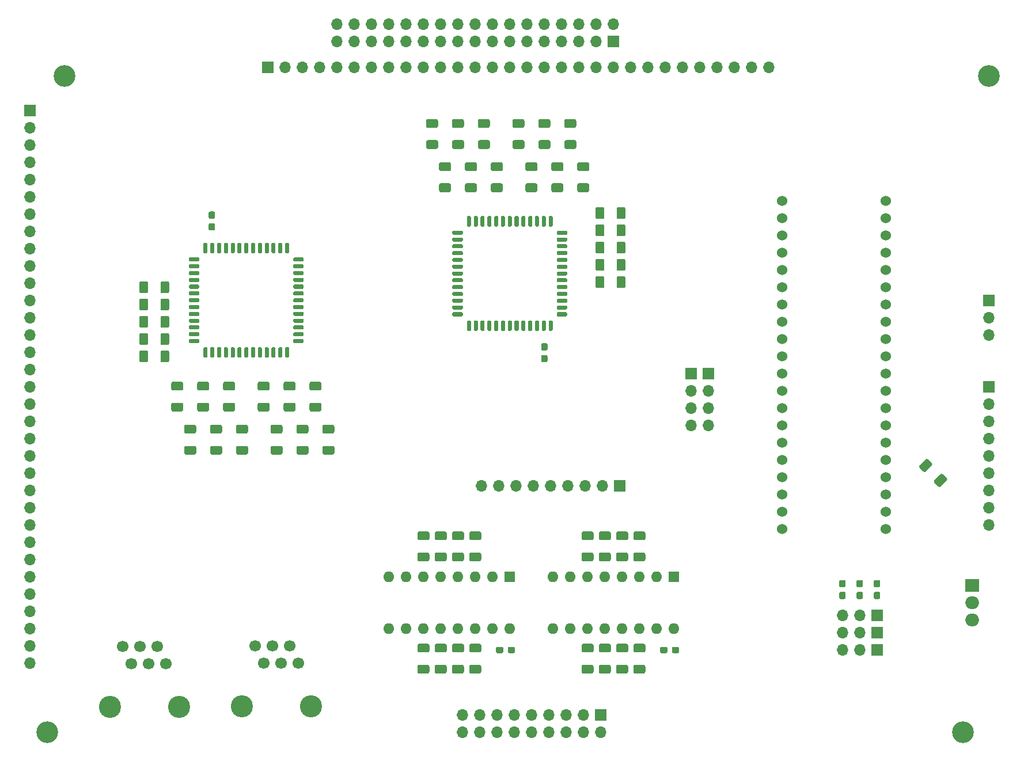
<source format=gbr>
%TF.GenerationSoftware,KiCad,Pcbnew,(5.1.10)-1*%
%TF.CreationDate,2021-06-21T01:13:09-04:00*%
%TF.ProjectId,backside,6261636b-7369-4646-952e-6b696361645f,rev?*%
%TF.SameCoordinates,Original*%
%TF.FileFunction,Soldermask,Top*%
%TF.FilePolarity,Negative*%
%FSLAX46Y46*%
G04 Gerber Fmt 4.6, Leading zero omitted, Abs format (unit mm)*
G04 Created by KiCad (PCBNEW (5.1.10)-1) date 2021-06-21 01:13:09*
%MOMM*%
%LPD*%
G01*
G04 APERTURE LIST*
%ADD10O,1.600000X1.600000*%
%ADD11R,1.600000X1.600000*%
%ADD12C,1.524000*%
%ADD13C,3.250000*%
%ADD14C,1.700000*%
%ADD15O,1.700000X1.700000*%
%ADD16R,1.700000X1.700000*%
%ADD17O,2.000000X1.905000*%
%ADD18R,2.000000X1.905000*%
%ADD19C,3.200000*%
G04 APERTURE END LIST*
%TO.C,C5*%
G36*
G01*
X103742500Y-127310000D02*
X103267500Y-127310000D01*
G75*
G02*
X103030000Y-127072500I0J237500D01*
G01*
X103030000Y-126472500D01*
G75*
G02*
X103267500Y-126235000I237500J0D01*
G01*
X103742500Y-126235000D01*
G75*
G02*
X103980000Y-126472500I0J-237500D01*
G01*
X103980000Y-127072500D01*
G75*
G02*
X103742500Y-127310000I-237500J0D01*
G01*
G37*
G36*
G01*
X103742500Y-129035000D02*
X103267500Y-129035000D01*
G75*
G02*
X103030000Y-128797500I0J237500D01*
G01*
X103030000Y-128197500D01*
G75*
G02*
X103267500Y-127960000I237500J0D01*
G01*
X103742500Y-127960000D01*
G75*
G02*
X103980000Y-128197500I0J-237500D01*
G01*
X103980000Y-128797500D01*
G75*
G02*
X103742500Y-129035000I-237500J0D01*
G01*
G37*
%TD*%
%TO.C,C4*%
G36*
G01*
X106282500Y-127310000D02*
X105807500Y-127310000D01*
G75*
G02*
X105570000Y-127072500I0J237500D01*
G01*
X105570000Y-126472500D01*
G75*
G02*
X105807500Y-126235000I237500J0D01*
G01*
X106282500Y-126235000D01*
G75*
G02*
X106520000Y-126472500I0J-237500D01*
G01*
X106520000Y-127072500D01*
G75*
G02*
X106282500Y-127310000I-237500J0D01*
G01*
G37*
G36*
G01*
X106282500Y-129035000D02*
X105807500Y-129035000D01*
G75*
G02*
X105570000Y-128797500I0J237500D01*
G01*
X105570000Y-128197500D01*
G75*
G02*
X105807500Y-127960000I237500J0D01*
G01*
X106282500Y-127960000D01*
G75*
G02*
X106520000Y-128197500I0J-237500D01*
G01*
X106520000Y-128797500D01*
G75*
G02*
X106282500Y-129035000I-237500J0D01*
G01*
G37*
%TD*%
%TO.C,C3*%
G36*
G01*
X108822500Y-127310000D02*
X108347500Y-127310000D01*
G75*
G02*
X108110000Y-127072500I0J237500D01*
G01*
X108110000Y-126472500D01*
G75*
G02*
X108347500Y-126235000I237500J0D01*
G01*
X108822500Y-126235000D01*
G75*
G02*
X109060000Y-126472500I0J-237500D01*
G01*
X109060000Y-127072500D01*
G75*
G02*
X108822500Y-127310000I-237500J0D01*
G01*
G37*
G36*
G01*
X108822500Y-129035000D02*
X108347500Y-129035000D01*
G75*
G02*
X108110000Y-128797500I0J237500D01*
G01*
X108110000Y-128197500D01*
G75*
G02*
X108347500Y-127960000I237500J0D01*
G01*
X108822500Y-127960000D01*
G75*
G02*
X109060000Y-128197500I0J-237500D01*
G01*
X109060000Y-128797500D01*
G75*
G02*
X108822500Y-129035000I-237500J0D01*
G01*
G37*
%TD*%
D10*
%TO.C,U5*%
X78740000Y-133350000D03*
X60960000Y-125730000D03*
X76200000Y-133350000D03*
X63500000Y-125730000D03*
X73660000Y-133350000D03*
X66040000Y-125730000D03*
X71120000Y-133350000D03*
X68580000Y-125730000D03*
X68580000Y-133350000D03*
X71120000Y-125730000D03*
X66040000Y-133350000D03*
X73660000Y-125730000D03*
X63500000Y-133350000D03*
X76200000Y-125730000D03*
X60960000Y-133350000D03*
D11*
X78740000Y-125730000D03*
%TD*%
%TO.C,C6*%
G36*
G01*
X77780000Y-136287500D02*
X77780000Y-136762500D01*
G75*
G02*
X77542500Y-137000000I-237500J0D01*
G01*
X76942500Y-137000000D01*
G75*
G02*
X76705000Y-136762500I0J237500D01*
G01*
X76705000Y-136287500D01*
G75*
G02*
X76942500Y-136050000I237500J0D01*
G01*
X77542500Y-136050000D01*
G75*
G02*
X77780000Y-136287500I0J-237500D01*
G01*
G37*
G36*
G01*
X79505000Y-136287500D02*
X79505000Y-136762500D01*
G75*
G02*
X79267500Y-137000000I-237500J0D01*
G01*
X78667500Y-137000000D01*
G75*
G02*
X78430000Y-136762500I0J237500D01*
G01*
X78430000Y-136287500D01*
G75*
G02*
X78667500Y-136050000I237500J0D01*
G01*
X79267500Y-136050000D01*
G75*
G02*
X79505000Y-136287500I0J-237500D01*
G01*
G37*
%TD*%
D12*
%TO.C,U3*%
X109855000Y-88265000D03*
X109855000Y-90805000D03*
X109855000Y-93345000D03*
X109855000Y-95885000D03*
X109855000Y-98425000D03*
X109855000Y-100965000D03*
X109855000Y-103505000D03*
X109855000Y-106045000D03*
X109855000Y-108585000D03*
X109855000Y-111125000D03*
X109855000Y-113665000D03*
X109855000Y-116205000D03*
X109855000Y-118745000D03*
X109855000Y-85725000D03*
X109855000Y-83185000D03*
X109855000Y-80645000D03*
X109855000Y-78105000D03*
X109855000Y-75565000D03*
X109855000Y-73025000D03*
X109855000Y-70485000D03*
X94615000Y-118745000D03*
X94615000Y-116205000D03*
X94615000Y-113665000D03*
X94615000Y-111125000D03*
X94615000Y-108585000D03*
X94615000Y-106045000D03*
X94615000Y-103505000D03*
X94615000Y-100965000D03*
X94615000Y-98425000D03*
X94615000Y-95885000D03*
X94615000Y-93345000D03*
X94615000Y-90805000D03*
X94615000Y-88265000D03*
X94615000Y-85725000D03*
X94615000Y-83185000D03*
X94615000Y-80645000D03*
X94615000Y-78105000D03*
X94615000Y-75565000D03*
X94615000Y-73025000D03*
X94615000Y-70485000D03*
%TD*%
D10*
%TO.C,U4*%
X54610000Y-133350000D03*
X36830000Y-125730000D03*
X52070000Y-133350000D03*
X39370000Y-125730000D03*
X49530000Y-133350000D03*
X41910000Y-125730000D03*
X46990000Y-133350000D03*
X44450000Y-125730000D03*
X44450000Y-133350000D03*
X46990000Y-125730000D03*
X41910000Y-133350000D03*
X49530000Y-125730000D03*
X39370000Y-133350000D03*
X52070000Y-125730000D03*
X36830000Y-133350000D03*
D11*
X54610000Y-125730000D03*
%TD*%
%TO.C,R65*%
G36*
G01*
X66665000Y-120385000D02*
X65415000Y-120385000D01*
G75*
G02*
X65165000Y-120135000I0J250000D01*
G01*
X65165000Y-119335000D01*
G75*
G02*
X65415000Y-119085000I250000J0D01*
G01*
X66665000Y-119085000D01*
G75*
G02*
X66915000Y-119335000I0J-250000D01*
G01*
X66915000Y-120135000D01*
G75*
G02*
X66665000Y-120385000I-250000J0D01*
G01*
G37*
G36*
G01*
X66665000Y-123485000D02*
X65415000Y-123485000D01*
G75*
G02*
X65165000Y-123235000I0J250000D01*
G01*
X65165000Y-122435000D01*
G75*
G02*
X65415000Y-122185000I250000J0D01*
G01*
X66665000Y-122185000D01*
G75*
G02*
X66915000Y-122435000I0J-250000D01*
G01*
X66915000Y-123235000D01*
G75*
G02*
X66665000Y-123485000I-250000J0D01*
G01*
G37*
%TD*%
%TO.C,R64*%
G36*
G01*
X69205000Y-120385000D02*
X67955000Y-120385000D01*
G75*
G02*
X67705000Y-120135000I0J250000D01*
G01*
X67705000Y-119335000D01*
G75*
G02*
X67955000Y-119085000I250000J0D01*
G01*
X69205000Y-119085000D01*
G75*
G02*
X69455000Y-119335000I0J-250000D01*
G01*
X69455000Y-120135000D01*
G75*
G02*
X69205000Y-120385000I-250000J0D01*
G01*
G37*
G36*
G01*
X69205000Y-123485000D02*
X67955000Y-123485000D01*
G75*
G02*
X67705000Y-123235000I0J250000D01*
G01*
X67705000Y-122435000D01*
G75*
G02*
X67955000Y-122185000I250000J0D01*
G01*
X69205000Y-122185000D01*
G75*
G02*
X69455000Y-122435000I0J-250000D01*
G01*
X69455000Y-123235000D01*
G75*
G02*
X69205000Y-123485000I-250000J0D01*
G01*
G37*
%TD*%
%TO.C,R63*%
G36*
G01*
X71745000Y-120385000D02*
X70495000Y-120385000D01*
G75*
G02*
X70245000Y-120135000I0J250000D01*
G01*
X70245000Y-119335000D01*
G75*
G02*
X70495000Y-119085000I250000J0D01*
G01*
X71745000Y-119085000D01*
G75*
G02*
X71995000Y-119335000I0J-250000D01*
G01*
X71995000Y-120135000D01*
G75*
G02*
X71745000Y-120385000I-250000J0D01*
G01*
G37*
G36*
G01*
X71745000Y-123485000D02*
X70495000Y-123485000D01*
G75*
G02*
X70245000Y-123235000I0J250000D01*
G01*
X70245000Y-122435000D01*
G75*
G02*
X70495000Y-122185000I250000J0D01*
G01*
X71745000Y-122185000D01*
G75*
G02*
X71995000Y-122435000I0J-250000D01*
G01*
X71995000Y-123235000D01*
G75*
G02*
X71745000Y-123485000I-250000J0D01*
G01*
G37*
%TD*%
%TO.C,R62*%
G36*
G01*
X74285000Y-120385000D02*
X73035000Y-120385000D01*
G75*
G02*
X72785000Y-120135000I0J250000D01*
G01*
X72785000Y-119335000D01*
G75*
G02*
X73035000Y-119085000I250000J0D01*
G01*
X74285000Y-119085000D01*
G75*
G02*
X74535000Y-119335000I0J-250000D01*
G01*
X74535000Y-120135000D01*
G75*
G02*
X74285000Y-120385000I-250000J0D01*
G01*
G37*
G36*
G01*
X74285000Y-123485000D02*
X73035000Y-123485000D01*
G75*
G02*
X72785000Y-123235000I0J250000D01*
G01*
X72785000Y-122435000D01*
G75*
G02*
X73035000Y-122185000I250000J0D01*
G01*
X74285000Y-122185000D01*
G75*
G02*
X74535000Y-122435000I0J-250000D01*
G01*
X74535000Y-123235000D01*
G75*
G02*
X74285000Y-123485000I-250000J0D01*
G01*
G37*
%TD*%
%TO.C,R61*%
G36*
G01*
X73035000Y-138695000D02*
X74285000Y-138695000D01*
G75*
G02*
X74535000Y-138945000I0J-250000D01*
G01*
X74535000Y-139745000D01*
G75*
G02*
X74285000Y-139995000I-250000J0D01*
G01*
X73035000Y-139995000D01*
G75*
G02*
X72785000Y-139745000I0J250000D01*
G01*
X72785000Y-138945000D01*
G75*
G02*
X73035000Y-138695000I250000J0D01*
G01*
G37*
G36*
G01*
X73035000Y-135595000D02*
X74285000Y-135595000D01*
G75*
G02*
X74535000Y-135845000I0J-250000D01*
G01*
X74535000Y-136645000D01*
G75*
G02*
X74285000Y-136895000I-250000J0D01*
G01*
X73035000Y-136895000D01*
G75*
G02*
X72785000Y-136645000I0J250000D01*
G01*
X72785000Y-135845000D01*
G75*
G02*
X73035000Y-135595000I250000J0D01*
G01*
G37*
%TD*%
%TO.C,R60*%
G36*
G01*
X70495000Y-138695000D02*
X71745000Y-138695000D01*
G75*
G02*
X71995000Y-138945000I0J-250000D01*
G01*
X71995000Y-139745000D01*
G75*
G02*
X71745000Y-139995000I-250000J0D01*
G01*
X70495000Y-139995000D01*
G75*
G02*
X70245000Y-139745000I0J250000D01*
G01*
X70245000Y-138945000D01*
G75*
G02*
X70495000Y-138695000I250000J0D01*
G01*
G37*
G36*
G01*
X70495000Y-135595000D02*
X71745000Y-135595000D01*
G75*
G02*
X71995000Y-135845000I0J-250000D01*
G01*
X71995000Y-136645000D01*
G75*
G02*
X71745000Y-136895000I-250000J0D01*
G01*
X70495000Y-136895000D01*
G75*
G02*
X70245000Y-136645000I0J250000D01*
G01*
X70245000Y-135845000D01*
G75*
G02*
X70495000Y-135595000I250000J0D01*
G01*
G37*
%TD*%
%TO.C,R59*%
G36*
G01*
X67955000Y-138695000D02*
X69205000Y-138695000D01*
G75*
G02*
X69455000Y-138945000I0J-250000D01*
G01*
X69455000Y-139745000D01*
G75*
G02*
X69205000Y-139995000I-250000J0D01*
G01*
X67955000Y-139995000D01*
G75*
G02*
X67705000Y-139745000I0J250000D01*
G01*
X67705000Y-138945000D01*
G75*
G02*
X67955000Y-138695000I250000J0D01*
G01*
G37*
G36*
G01*
X67955000Y-135595000D02*
X69205000Y-135595000D01*
G75*
G02*
X69455000Y-135845000I0J-250000D01*
G01*
X69455000Y-136645000D01*
G75*
G02*
X69205000Y-136895000I-250000J0D01*
G01*
X67955000Y-136895000D01*
G75*
G02*
X67705000Y-136645000I0J250000D01*
G01*
X67705000Y-135845000D01*
G75*
G02*
X67955000Y-135595000I250000J0D01*
G01*
G37*
%TD*%
%TO.C,R58*%
G36*
G01*
X65415000Y-138695000D02*
X66665000Y-138695000D01*
G75*
G02*
X66915000Y-138945000I0J-250000D01*
G01*
X66915000Y-139745000D01*
G75*
G02*
X66665000Y-139995000I-250000J0D01*
G01*
X65415000Y-139995000D01*
G75*
G02*
X65165000Y-139745000I0J250000D01*
G01*
X65165000Y-138945000D01*
G75*
G02*
X65415000Y-138695000I250000J0D01*
G01*
G37*
G36*
G01*
X65415000Y-135595000D02*
X66665000Y-135595000D01*
G75*
G02*
X66915000Y-135845000I0J-250000D01*
G01*
X66915000Y-136645000D01*
G75*
G02*
X66665000Y-136895000I-250000J0D01*
G01*
X65415000Y-136895000D01*
G75*
G02*
X65165000Y-136645000I0J250000D01*
G01*
X65165000Y-135845000D01*
G75*
G02*
X65415000Y-135595000I250000J0D01*
G01*
G37*
%TD*%
%TO.C,R57*%
G36*
G01*
X42535000Y-120385000D02*
X41285000Y-120385000D01*
G75*
G02*
X41035000Y-120135000I0J250000D01*
G01*
X41035000Y-119335000D01*
G75*
G02*
X41285000Y-119085000I250000J0D01*
G01*
X42535000Y-119085000D01*
G75*
G02*
X42785000Y-119335000I0J-250000D01*
G01*
X42785000Y-120135000D01*
G75*
G02*
X42535000Y-120385000I-250000J0D01*
G01*
G37*
G36*
G01*
X42535000Y-123485000D02*
X41285000Y-123485000D01*
G75*
G02*
X41035000Y-123235000I0J250000D01*
G01*
X41035000Y-122435000D01*
G75*
G02*
X41285000Y-122185000I250000J0D01*
G01*
X42535000Y-122185000D01*
G75*
G02*
X42785000Y-122435000I0J-250000D01*
G01*
X42785000Y-123235000D01*
G75*
G02*
X42535000Y-123485000I-250000J0D01*
G01*
G37*
%TD*%
%TO.C,R56*%
G36*
G01*
X45075000Y-120385000D02*
X43825000Y-120385000D01*
G75*
G02*
X43575000Y-120135000I0J250000D01*
G01*
X43575000Y-119335000D01*
G75*
G02*
X43825000Y-119085000I250000J0D01*
G01*
X45075000Y-119085000D01*
G75*
G02*
X45325000Y-119335000I0J-250000D01*
G01*
X45325000Y-120135000D01*
G75*
G02*
X45075000Y-120385000I-250000J0D01*
G01*
G37*
G36*
G01*
X45075000Y-123485000D02*
X43825000Y-123485000D01*
G75*
G02*
X43575000Y-123235000I0J250000D01*
G01*
X43575000Y-122435000D01*
G75*
G02*
X43825000Y-122185000I250000J0D01*
G01*
X45075000Y-122185000D01*
G75*
G02*
X45325000Y-122435000I0J-250000D01*
G01*
X45325000Y-123235000D01*
G75*
G02*
X45075000Y-123485000I-250000J0D01*
G01*
G37*
%TD*%
%TO.C,R55*%
G36*
G01*
X47615000Y-120385000D02*
X46365000Y-120385000D01*
G75*
G02*
X46115000Y-120135000I0J250000D01*
G01*
X46115000Y-119335000D01*
G75*
G02*
X46365000Y-119085000I250000J0D01*
G01*
X47615000Y-119085000D01*
G75*
G02*
X47865000Y-119335000I0J-250000D01*
G01*
X47865000Y-120135000D01*
G75*
G02*
X47615000Y-120385000I-250000J0D01*
G01*
G37*
G36*
G01*
X47615000Y-123485000D02*
X46365000Y-123485000D01*
G75*
G02*
X46115000Y-123235000I0J250000D01*
G01*
X46115000Y-122435000D01*
G75*
G02*
X46365000Y-122185000I250000J0D01*
G01*
X47615000Y-122185000D01*
G75*
G02*
X47865000Y-122435000I0J-250000D01*
G01*
X47865000Y-123235000D01*
G75*
G02*
X47615000Y-123485000I-250000J0D01*
G01*
G37*
%TD*%
%TO.C,R54*%
G36*
G01*
X50155000Y-120385000D02*
X48905000Y-120385000D01*
G75*
G02*
X48655000Y-120135000I0J250000D01*
G01*
X48655000Y-119335000D01*
G75*
G02*
X48905000Y-119085000I250000J0D01*
G01*
X50155000Y-119085000D01*
G75*
G02*
X50405000Y-119335000I0J-250000D01*
G01*
X50405000Y-120135000D01*
G75*
G02*
X50155000Y-120385000I-250000J0D01*
G01*
G37*
G36*
G01*
X50155000Y-123485000D02*
X48905000Y-123485000D01*
G75*
G02*
X48655000Y-123235000I0J250000D01*
G01*
X48655000Y-122435000D01*
G75*
G02*
X48905000Y-122185000I250000J0D01*
G01*
X50155000Y-122185000D01*
G75*
G02*
X50405000Y-122435000I0J-250000D01*
G01*
X50405000Y-123235000D01*
G75*
G02*
X50155000Y-123485000I-250000J0D01*
G01*
G37*
%TD*%
%TO.C,R53*%
G36*
G01*
X48905000Y-138695000D02*
X50155000Y-138695000D01*
G75*
G02*
X50405000Y-138945000I0J-250000D01*
G01*
X50405000Y-139745000D01*
G75*
G02*
X50155000Y-139995000I-250000J0D01*
G01*
X48905000Y-139995000D01*
G75*
G02*
X48655000Y-139745000I0J250000D01*
G01*
X48655000Y-138945000D01*
G75*
G02*
X48905000Y-138695000I250000J0D01*
G01*
G37*
G36*
G01*
X48905000Y-135595000D02*
X50155000Y-135595000D01*
G75*
G02*
X50405000Y-135845000I0J-250000D01*
G01*
X50405000Y-136645000D01*
G75*
G02*
X50155000Y-136895000I-250000J0D01*
G01*
X48905000Y-136895000D01*
G75*
G02*
X48655000Y-136645000I0J250000D01*
G01*
X48655000Y-135845000D01*
G75*
G02*
X48905000Y-135595000I250000J0D01*
G01*
G37*
%TD*%
%TO.C,R52*%
G36*
G01*
X46365000Y-138695000D02*
X47615000Y-138695000D01*
G75*
G02*
X47865000Y-138945000I0J-250000D01*
G01*
X47865000Y-139745000D01*
G75*
G02*
X47615000Y-139995000I-250000J0D01*
G01*
X46365000Y-139995000D01*
G75*
G02*
X46115000Y-139745000I0J250000D01*
G01*
X46115000Y-138945000D01*
G75*
G02*
X46365000Y-138695000I250000J0D01*
G01*
G37*
G36*
G01*
X46365000Y-135595000D02*
X47615000Y-135595000D01*
G75*
G02*
X47865000Y-135845000I0J-250000D01*
G01*
X47865000Y-136645000D01*
G75*
G02*
X47615000Y-136895000I-250000J0D01*
G01*
X46365000Y-136895000D01*
G75*
G02*
X46115000Y-136645000I0J250000D01*
G01*
X46115000Y-135845000D01*
G75*
G02*
X46365000Y-135595000I250000J0D01*
G01*
G37*
%TD*%
%TO.C,R51*%
G36*
G01*
X43825000Y-138695000D02*
X45075000Y-138695000D01*
G75*
G02*
X45325000Y-138945000I0J-250000D01*
G01*
X45325000Y-139745000D01*
G75*
G02*
X45075000Y-139995000I-250000J0D01*
G01*
X43825000Y-139995000D01*
G75*
G02*
X43575000Y-139745000I0J250000D01*
G01*
X43575000Y-138945000D01*
G75*
G02*
X43825000Y-138695000I250000J0D01*
G01*
G37*
G36*
G01*
X43825000Y-135595000D02*
X45075000Y-135595000D01*
G75*
G02*
X45325000Y-135845000I0J-250000D01*
G01*
X45325000Y-136645000D01*
G75*
G02*
X45075000Y-136895000I-250000J0D01*
G01*
X43825000Y-136895000D01*
G75*
G02*
X43575000Y-136645000I0J250000D01*
G01*
X43575000Y-135845000D01*
G75*
G02*
X43825000Y-135595000I250000J0D01*
G01*
G37*
%TD*%
%TO.C,R50*%
G36*
G01*
X41285000Y-138695000D02*
X42535000Y-138695000D01*
G75*
G02*
X42785000Y-138945000I0J-250000D01*
G01*
X42785000Y-139745000D01*
G75*
G02*
X42535000Y-139995000I-250000J0D01*
G01*
X41285000Y-139995000D01*
G75*
G02*
X41035000Y-139745000I0J250000D01*
G01*
X41035000Y-138945000D01*
G75*
G02*
X41285000Y-138695000I250000J0D01*
G01*
G37*
G36*
G01*
X41285000Y-135595000D02*
X42535000Y-135595000D01*
G75*
G02*
X42785000Y-135845000I0J-250000D01*
G01*
X42785000Y-136645000D01*
G75*
G02*
X42535000Y-136895000I-250000J0D01*
G01*
X41285000Y-136895000D01*
G75*
G02*
X41035000Y-136645000I0J250000D01*
G01*
X41035000Y-135845000D01*
G75*
G02*
X41285000Y-135595000I250000J0D01*
G01*
G37*
%TD*%
D13*
%TO.C,J20*%
X25405000Y-144780000D03*
X15245000Y-144780000D03*
D14*
X23495000Y-138430000D03*
X22225000Y-135890000D03*
X20955000Y-138430000D03*
X19685000Y-135890000D03*
X18415000Y-138430000D03*
X17145000Y-135890000D03*
%TD*%
D13*
%TO.C,J19*%
X5999999Y-144890000D03*
X-4160001Y-144890000D03*
D14*
X4089999Y-138540000D03*
X2819999Y-136000000D03*
X1549999Y-138540000D03*
X279999Y-136000000D03*
X-990001Y-138540000D03*
X-2260001Y-136000000D03*
%TD*%
D15*
%TO.C,J17*%
X81280000Y-103505000D03*
X81280000Y-100965000D03*
X81280000Y-98425000D03*
D16*
X81280000Y-95885000D03*
%TD*%
D15*
%TO.C,J16*%
X103505000Y-136525000D03*
X106045000Y-136525000D03*
D16*
X108585000Y-136525000D03*
%TD*%
D15*
%TO.C,J15*%
X103505000Y-133985000D03*
X106045000Y-133985000D03*
D16*
X108585000Y-133985000D03*
%TD*%
D15*
%TO.C,J14*%
X103505000Y-131445000D03*
X106045000Y-131445000D03*
D16*
X108585000Y-131445000D03*
%TD*%
D15*
%TO.C,J8*%
X83820000Y-103505000D03*
X83820000Y-100965000D03*
X83820000Y-98425000D03*
D16*
X83820000Y-95885000D03*
%TD*%
D15*
%TO.C,J4*%
X47625000Y-148590000D03*
X47625000Y-146050000D03*
X50165000Y-148590000D03*
X50165000Y-146050000D03*
X52705000Y-148590000D03*
X52705000Y-146050000D03*
X55245000Y-148590000D03*
X55245000Y-146050000D03*
X57785000Y-148590000D03*
X57785000Y-146050000D03*
X60325000Y-148590000D03*
X60325000Y-146050000D03*
X62865000Y-148590000D03*
X62865000Y-146050000D03*
X65405000Y-148590000D03*
X65405000Y-146050000D03*
X67945000Y-148590000D03*
D16*
X67945000Y-146050000D03*
%TD*%
%TO.C,C7*%
G36*
G01*
X53650000Y-136287500D02*
X53650000Y-136762500D01*
G75*
G02*
X53412500Y-137000000I-237500J0D01*
G01*
X52812500Y-137000000D01*
G75*
G02*
X52575000Y-136762500I0J237500D01*
G01*
X52575000Y-136287500D01*
G75*
G02*
X52812500Y-136050000I237500J0D01*
G01*
X53412500Y-136050000D01*
G75*
G02*
X53650000Y-136287500I0J-237500D01*
G01*
G37*
G36*
G01*
X55375000Y-136287500D02*
X55375000Y-136762500D01*
G75*
G02*
X55137500Y-137000000I-237500J0D01*
G01*
X54537500Y-137000000D01*
G75*
G02*
X54300000Y-136762500I0J237500D01*
G01*
X54300000Y-136287500D01*
G75*
G02*
X54537500Y-136050000I237500J0D01*
G01*
X55137500Y-136050000D01*
G75*
G02*
X55375000Y-136287500I0J-237500D01*
G01*
G37*
%TD*%
D17*
%TO.C,Q1*%
X122555000Y-132080000D03*
X122555000Y-129540000D03*
D18*
X122555000Y-127000000D03*
%TD*%
%TO.C,R36*%
G36*
G01*
X116645545Y-109411662D02*
X115761662Y-110295545D01*
G75*
G02*
X115408108Y-110295545I-176777J176777D01*
G01*
X114842423Y-109729860D01*
G75*
G02*
X114842423Y-109376306I176777J176777D01*
G01*
X115726306Y-108492423D01*
G75*
G02*
X116079860Y-108492423I176777J-176777D01*
G01*
X116645545Y-109058108D01*
G75*
G02*
X116645545Y-109411662I-176777J-176777D01*
G01*
G37*
G36*
G01*
X118837577Y-111603694D02*
X117953694Y-112487577D01*
G75*
G02*
X117600140Y-112487577I-176777J176777D01*
G01*
X117034455Y-111921892D01*
G75*
G02*
X117034455Y-111568338I176777J176777D01*
G01*
X117918338Y-110684455D01*
G75*
G02*
X118271892Y-110684455I176777J-176777D01*
G01*
X118837577Y-111250140D01*
G75*
G02*
X118837577Y-111603694I-176777J-176777D01*
G01*
G37*
%TD*%
D15*
%TO.C,J18*%
X29210000Y-44450000D03*
X29210000Y-46990000D03*
X31750000Y-44450000D03*
X31750000Y-46990000D03*
X34290000Y-44450000D03*
X34290000Y-46990000D03*
X36830000Y-44450000D03*
X36830000Y-46990000D03*
X39370000Y-44450000D03*
X39370000Y-46990000D03*
X41910000Y-44450000D03*
X41910000Y-46990000D03*
X44450000Y-44450000D03*
X44450000Y-46990000D03*
X46990000Y-44450000D03*
X46990000Y-46990000D03*
X49530000Y-44450000D03*
X49530000Y-46990000D03*
X52070000Y-44450000D03*
X52070000Y-46990000D03*
X54610000Y-44450000D03*
X54610000Y-46990000D03*
X57150000Y-44450000D03*
X57150000Y-46990000D03*
X59690000Y-44450000D03*
X59690000Y-46990000D03*
X62230000Y-44450000D03*
X62230000Y-46990000D03*
X64770000Y-44450000D03*
X64770000Y-46990000D03*
X67310000Y-44450000D03*
X67310000Y-46990000D03*
X69850000Y-44450000D03*
D16*
X69850000Y-46990000D03*
%TD*%
D19*
%TO.C,MH1*%
X125070000Y-52070000D03*
%TD*%
%TO.C,MH4*%
X-10820000Y-52070000D03*
%TD*%
%TO.C,MH2*%
X121260000Y-148590000D03*
%TD*%
%TO.C,MH3*%
X-13360000Y-148590000D03*
%TD*%
D15*
%TO.C,J9*%
X92685000Y-50800000D03*
X90145000Y-50800000D03*
X87605000Y-50800000D03*
X85065000Y-50800000D03*
X82525000Y-50800000D03*
X79985000Y-50800000D03*
X77445000Y-50800000D03*
X74905000Y-50800000D03*
X72365000Y-50800000D03*
X69825000Y-50800000D03*
X67285000Y-50800000D03*
X64745000Y-50800000D03*
X62205000Y-50800000D03*
X59665000Y-50800000D03*
X57125000Y-50800000D03*
X54585000Y-50800000D03*
X52045000Y-50800000D03*
X49505000Y-50800000D03*
X46965000Y-50800000D03*
X44425000Y-50800000D03*
X41885000Y-50800000D03*
X39345000Y-50800000D03*
X36805000Y-50800000D03*
X34265000Y-50800000D03*
X31725000Y-50800000D03*
X29185000Y-50800000D03*
X26645000Y-50800000D03*
X24105000Y-50800000D03*
X21565000Y-50800000D03*
D16*
X19025000Y-50800000D03*
%TD*%
%TO.C,U2*%
G36*
G01*
X8825000Y-91390000D02*
X7575000Y-91390000D01*
G75*
G02*
X7425000Y-91240000I0J150000D01*
G01*
X7425000Y-90940000D01*
G75*
G02*
X7575000Y-90790000I150000J0D01*
G01*
X8825000Y-90790000D01*
G75*
G02*
X8975000Y-90940000I0J-150000D01*
G01*
X8975000Y-91240000D01*
G75*
G02*
X8825000Y-91390000I-150000J0D01*
G01*
G37*
G36*
G01*
X8825000Y-90390000D02*
X7575000Y-90390000D01*
G75*
G02*
X7425000Y-90240000I0J150000D01*
G01*
X7425000Y-89940000D01*
G75*
G02*
X7575000Y-89790000I150000J0D01*
G01*
X8825000Y-89790000D01*
G75*
G02*
X8975000Y-89940000I0J-150000D01*
G01*
X8975000Y-90240000D01*
G75*
G02*
X8825000Y-90390000I-150000J0D01*
G01*
G37*
G36*
G01*
X8825000Y-89390000D02*
X7575000Y-89390000D01*
G75*
G02*
X7425000Y-89240000I0J150000D01*
G01*
X7425000Y-88940000D01*
G75*
G02*
X7575000Y-88790000I150000J0D01*
G01*
X8825000Y-88790000D01*
G75*
G02*
X8975000Y-88940000I0J-150000D01*
G01*
X8975000Y-89240000D01*
G75*
G02*
X8825000Y-89390000I-150000J0D01*
G01*
G37*
G36*
G01*
X8825000Y-88390000D02*
X7575000Y-88390000D01*
G75*
G02*
X7425000Y-88240000I0J150000D01*
G01*
X7425000Y-87940000D01*
G75*
G02*
X7575000Y-87790000I150000J0D01*
G01*
X8825000Y-87790000D01*
G75*
G02*
X8975000Y-87940000I0J-150000D01*
G01*
X8975000Y-88240000D01*
G75*
G02*
X8825000Y-88390000I-150000J0D01*
G01*
G37*
G36*
G01*
X8825000Y-87390000D02*
X7575000Y-87390000D01*
G75*
G02*
X7425000Y-87240000I0J150000D01*
G01*
X7425000Y-86940000D01*
G75*
G02*
X7575000Y-86790000I150000J0D01*
G01*
X8825000Y-86790000D01*
G75*
G02*
X8975000Y-86940000I0J-150000D01*
G01*
X8975000Y-87240000D01*
G75*
G02*
X8825000Y-87390000I-150000J0D01*
G01*
G37*
G36*
G01*
X8825000Y-86390000D02*
X7575000Y-86390000D01*
G75*
G02*
X7425000Y-86240000I0J150000D01*
G01*
X7425000Y-85940000D01*
G75*
G02*
X7575000Y-85790000I150000J0D01*
G01*
X8825000Y-85790000D01*
G75*
G02*
X8975000Y-85940000I0J-150000D01*
G01*
X8975000Y-86240000D01*
G75*
G02*
X8825000Y-86390000I-150000J0D01*
G01*
G37*
G36*
G01*
X8825000Y-85390000D02*
X7575000Y-85390000D01*
G75*
G02*
X7425000Y-85240000I0J150000D01*
G01*
X7425000Y-84940000D01*
G75*
G02*
X7575000Y-84790000I150000J0D01*
G01*
X8825000Y-84790000D01*
G75*
G02*
X8975000Y-84940000I0J-150000D01*
G01*
X8975000Y-85240000D01*
G75*
G02*
X8825000Y-85390000I-150000J0D01*
G01*
G37*
G36*
G01*
X8825000Y-84390000D02*
X7575000Y-84390000D01*
G75*
G02*
X7425000Y-84240000I0J150000D01*
G01*
X7425000Y-83940000D01*
G75*
G02*
X7575000Y-83790000I150000J0D01*
G01*
X8825000Y-83790000D01*
G75*
G02*
X8975000Y-83940000I0J-150000D01*
G01*
X8975000Y-84240000D01*
G75*
G02*
X8825000Y-84390000I-150000J0D01*
G01*
G37*
G36*
G01*
X8825000Y-83390000D02*
X7575000Y-83390000D01*
G75*
G02*
X7425000Y-83240000I0J150000D01*
G01*
X7425000Y-82940000D01*
G75*
G02*
X7575000Y-82790000I150000J0D01*
G01*
X8825000Y-82790000D01*
G75*
G02*
X8975000Y-82940000I0J-150000D01*
G01*
X8975000Y-83240000D01*
G75*
G02*
X8825000Y-83390000I-150000J0D01*
G01*
G37*
G36*
G01*
X8825000Y-82390000D02*
X7575000Y-82390000D01*
G75*
G02*
X7425000Y-82240000I0J150000D01*
G01*
X7425000Y-81940000D01*
G75*
G02*
X7575000Y-81790000I150000J0D01*
G01*
X8825000Y-81790000D01*
G75*
G02*
X8975000Y-81940000I0J-150000D01*
G01*
X8975000Y-82240000D01*
G75*
G02*
X8825000Y-82390000I-150000J0D01*
G01*
G37*
G36*
G01*
X8825000Y-81390000D02*
X7575000Y-81390000D01*
G75*
G02*
X7425000Y-81240000I0J150000D01*
G01*
X7425000Y-80940000D01*
G75*
G02*
X7575000Y-80790000I150000J0D01*
G01*
X8825000Y-80790000D01*
G75*
G02*
X8975000Y-80940000I0J-150000D01*
G01*
X8975000Y-81240000D01*
G75*
G02*
X8825000Y-81390000I-150000J0D01*
G01*
G37*
G36*
G01*
X8825000Y-80390000D02*
X7575000Y-80390000D01*
G75*
G02*
X7425000Y-80240000I0J150000D01*
G01*
X7425000Y-79940000D01*
G75*
G02*
X7575000Y-79790000I150000J0D01*
G01*
X8825000Y-79790000D01*
G75*
G02*
X8975000Y-79940000I0J-150000D01*
G01*
X8975000Y-80240000D01*
G75*
G02*
X8825000Y-80390000I-150000J0D01*
G01*
G37*
G36*
G01*
X8825000Y-79390000D02*
X7575000Y-79390000D01*
G75*
G02*
X7425000Y-79240000I0J150000D01*
G01*
X7425000Y-78940000D01*
G75*
G02*
X7575000Y-78790000I150000J0D01*
G01*
X8825000Y-78790000D01*
G75*
G02*
X8975000Y-78940000I0J-150000D01*
G01*
X8975000Y-79240000D01*
G75*
G02*
X8825000Y-79390000I-150000J0D01*
G01*
G37*
G36*
G01*
X10025000Y-78190000D02*
X9725000Y-78190000D01*
G75*
G02*
X9575000Y-78040000I0J150000D01*
G01*
X9575000Y-76790000D01*
G75*
G02*
X9725000Y-76640000I150000J0D01*
G01*
X10025000Y-76640000D01*
G75*
G02*
X10175000Y-76790000I0J-150000D01*
G01*
X10175000Y-78040000D01*
G75*
G02*
X10025000Y-78190000I-150000J0D01*
G01*
G37*
G36*
G01*
X11025000Y-78190000D02*
X10725000Y-78190000D01*
G75*
G02*
X10575000Y-78040000I0J150000D01*
G01*
X10575000Y-76790000D01*
G75*
G02*
X10725000Y-76640000I150000J0D01*
G01*
X11025000Y-76640000D01*
G75*
G02*
X11175000Y-76790000I0J-150000D01*
G01*
X11175000Y-78040000D01*
G75*
G02*
X11025000Y-78190000I-150000J0D01*
G01*
G37*
G36*
G01*
X12025000Y-78190000D02*
X11725000Y-78190000D01*
G75*
G02*
X11575000Y-78040000I0J150000D01*
G01*
X11575000Y-76790000D01*
G75*
G02*
X11725000Y-76640000I150000J0D01*
G01*
X12025000Y-76640000D01*
G75*
G02*
X12175000Y-76790000I0J-150000D01*
G01*
X12175000Y-78040000D01*
G75*
G02*
X12025000Y-78190000I-150000J0D01*
G01*
G37*
G36*
G01*
X13025000Y-78190000D02*
X12725000Y-78190000D01*
G75*
G02*
X12575000Y-78040000I0J150000D01*
G01*
X12575000Y-76790000D01*
G75*
G02*
X12725000Y-76640000I150000J0D01*
G01*
X13025000Y-76640000D01*
G75*
G02*
X13175000Y-76790000I0J-150000D01*
G01*
X13175000Y-78040000D01*
G75*
G02*
X13025000Y-78190000I-150000J0D01*
G01*
G37*
G36*
G01*
X14025000Y-78190000D02*
X13725000Y-78190000D01*
G75*
G02*
X13575000Y-78040000I0J150000D01*
G01*
X13575000Y-76790000D01*
G75*
G02*
X13725000Y-76640000I150000J0D01*
G01*
X14025000Y-76640000D01*
G75*
G02*
X14175000Y-76790000I0J-150000D01*
G01*
X14175000Y-78040000D01*
G75*
G02*
X14025000Y-78190000I-150000J0D01*
G01*
G37*
G36*
G01*
X15025000Y-78190000D02*
X14725000Y-78190000D01*
G75*
G02*
X14575000Y-78040000I0J150000D01*
G01*
X14575000Y-76790000D01*
G75*
G02*
X14725000Y-76640000I150000J0D01*
G01*
X15025000Y-76640000D01*
G75*
G02*
X15175000Y-76790000I0J-150000D01*
G01*
X15175000Y-78040000D01*
G75*
G02*
X15025000Y-78190000I-150000J0D01*
G01*
G37*
G36*
G01*
X16025000Y-78190000D02*
X15725000Y-78190000D01*
G75*
G02*
X15575000Y-78040000I0J150000D01*
G01*
X15575000Y-76790000D01*
G75*
G02*
X15725000Y-76640000I150000J0D01*
G01*
X16025000Y-76640000D01*
G75*
G02*
X16175000Y-76790000I0J-150000D01*
G01*
X16175000Y-78040000D01*
G75*
G02*
X16025000Y-78190000I-150000J0D01*
G01*
G37*
G36*
G01*
X17025000Y-78190000D02*
X16725000Y-78190000D01*
G75*
G02*
X16575000Y-78040000I0J150000D01*
G01*
X16575000Y-76790000D01*
G75*
G02*
X16725000Y-76640000I150000J0D01*
G01*
X17025000Y-76640000D01*
G75*
G02*
X17175000Y-76790000I0J-150000D01*
G01*
X17175000Y-78040000D01*
G75*
G02*
X17025000Y-78190000I-150000J0D01*
G01*
G37*
G36*
G01*
X18025000Y-78190000D02*
X17725000Y-78190000D01*
G75*
G02*
X17575000Y-78040000I0J150000D01*
G01*
X17575000Y-76790000D01*
G75*
G02*
X17725000Y-76640000I150000J0D01*
G01*
X18025000Y-76640000D01*
G75*
G02*
X18175000Y-76790000I0J-150000D01*
G01*
X18175000Y-78040000D01*
G75*
G02*
X18025000Y-78190000I-150000J0D01*
G01*
G37*
G36*
G01*
X19025000Y-78190000D02*
X18725000Y-78190000D01*
G75*
G02*
X18575000Y-78040000I0J150000D01*
G01*
X18575000Y-76790000D01*
G75*
G02*
X18725000Y-76640000I150000J0D01*
G01*
X19025000Y-76640000D01*
G75*
G02*
X19175000Y-76790000I0J-150000D01*
G01*
X19175000Y-78040000D01*
G75*
G02*
X19025000Y-78190000I-150000J0D01*
G01*
G37*
G36*
G01*
X20025000Y-78190000D02*
X19725000Y-78190000D01*
G75*
G02*
X19575000Y-78040000I0J150000D01*
G01*
X19575000Y-76790000D01*
G75*
G02*
X19725000Y-76640000I150000J0D01*
G01*
X20025000Y-76640000D01*
G75*
G02*
X20175000Y-76790000I0J-150000D01*
G01*
X20175000Y-78040000D01*
G75*
G02*
X20025000Y-78190000I-150000J0D01*
G01*
G37*
G36*
G01*
X21025000Y-78190000D02*
X20725000Y-78190000D01*
G75*
G02*
X20575000Y-78040000I0J150000D01*
G01*
X20575000Y-76790000D01*
G75*
G02*
X20725000Y-76640000I150000J0D01*
G01*
X21025000Y-76640000D01*
G75*
G02*
X21175000Y-76790000I0J-150000D01*
G01*
X21175000Y-78040000D01*
G75*
G02*
X21025000Y-78190000I-150000J0D01*
G01*
G37*
G36*
G01*
X22025000Y-78190000D02*
X21725000Y-78190000D01*
G75*
G02*
X21575000Y-78040000I0J150000D01*
G01*
X21575000Y-76790000D01*
G75*
G02*
X21725000Y-76640000I150000J0D01*
G01*
X22025000Y-76640000D01*
G75*
G02*
X22175000Y-76790000I0J-150000D01*
G01*
X22175000Y-78040000D01*
G75*
G02*
X22025000Y-78190000I-150000J0D01*
G01*
G37*
G36*
G01*
X24175000Y-79390000D02*
X22925000Y-79390000D01*
G75*
G02*
X22775000Y-79240000I0J150000D01*
G01*
X22775000Y-78940000D01*
G75*
G02*
X22925000Y-78790000I150000J0D01*
G01*
X24175000Y-78790000D01*
G75*
G02*
X24325000Y-78940000I0J-150000D01*
G01*
X24325000Y-79240000D01*
G75*
G02*
X24175000Y-79390000I-150000J0D01*
G01*
G37*
G36*
G01*
X24175000Y-80390000D02*
X22925000Y-80390000D01*
G75*
G02*
X22775000Y-80240000I0J150000D01*
G01*
X22775000Y-79940000D01*
G75*
G02*
X22925000Y-79790000I150000J0D01*
G01*
X24175000Y-79790000D01*
G75*
G02*
X24325000Y-79940000I0J-150000D01*
G01*
X24325000Y-80240000D01*
G75*
G02*
X24175000Y-80390000I-150000J0D01*
G01*
G37*
G36*
G01*
X24175000Y-81390000D02*
X22925000Y-81390000D01*
G75*
G02*
X22775000Y-81240000I0J150000D01*
G01*
X22775000Y-80940000D01*
G75*
G02*
X22925000Y-80790000I150000J0D01*
G01*
X24175000Y-80790000D01*
G75*
G02*
X24325000Y-80940000I0J-150000D01*
G01*
X24325000Y-81240000D01*
G75*
G02*
X24175000Y-81390000I-150000J0D01*
G01*
G37*
G36*
G01*
X24175000Y-82390000D02*
X22925000Y-82390000D01*
G75*
G02*
X22775000Y-82240000I0J150000D01*
G01*
X22775000Y-81940000D01*
G75*
G02*
X22925000Y-81790000I150000J0D01*
G01*
X24175000Y-81790000D01*
G75*
G02*
X24325000Y-81940000I0J-150000D01*
G01*
X24325000Y-82240000D01*
G75*
G02*
X24175000Y-82390000I-150000J0D01*
G01*
G37*
G36*
G01*
X24175000Y-83390000D02*
X22925000Y-83390000D01*
G75*
G02*
X22775000Y-83240000I0J150000D01*
G01*
X22775000Y-82940000D01*
G75*
G02*
X22925000Y-82790000I150000J0D01*
G01*
X24175000Y-82790000D01*
G75*
G02*
X24325000Y-82940000I0J-150000D01*
G01*
X24325000Y-83240000D01*
G75*
G02*
X24175000Y-83390000I-150000J0D01*
G01*
G37*
G36*
G01*
X24175000Y-84390000D02*
X22925000Y-84390000D01*
G75*
G02*
X22775000Y-84240000I0J150000D01*
G01*
X22775000Y-83940000D01*
G75*
G02*
X22925000Y-83790000I150000J0D01*
G01*
X24175000Y-83790000D01*
G75*
G02*
X24325000Y-83940000I0J-150000D01*
G01*
X24325000Y-84240000D01*
G75*
G02*
X24175000Y-84390000I-150000J0D01*
G01*
G37*
G36*
G01*
X24175000Y-85390000D02*
X22925000Y-85390000D01*
G75*
G02*
X22775000Y-85240000I0J150000D01*
G01*
X22775000Y-84940000D01*
G75*
G02*
X22925000Y-84790000I150000J0D01*
G01*
X24175000Y-84790000D01*
G75*
G02*
X24325000Y-84940000I0J-150000D01*
G01*
X24325000Y-85240000D01*
G75*
G02*
X24175000Y-85390000I-150000J0D01*
G01*
G37*
G36*
G01*
X24175000Y-86390000D02*
X22925000Y-86390000D01*
G75*
G02*
X22775000Y-86240000I0J150000D01*
G01*
X22775000Y-85940000D01*
G75*
G02*
X22925000Y-85790000I150000J0D01*
G01*
X24175000Y-85790000D01*
G75*
G02*
X24325000Y-85940000I0J-150000D01*
G01*
X24325000Y-86240000D01*
G75*
G02*
X24175000Y-86390000I-150000J0D01*
G01*
G37*
G36*
G01*
X24175000Y-87390000D02*
X22925000Y-87390000D01*
G75*
G02*
X22775000Y-87240000I0J150000D01*
G01*
X22775000Y-86940000D01*
G75*
G02*
X22925000Y-86790000I150000J0D01*
G01*
X24175000Y-86790000D01*
G75*
G02*
X24325000Y-86940000I0J-150000D01*
G01*
X24325000Y-87240000D01*
G75*
G02*
X24175000Y-87390000I-150000J0D01*
G01*
G37*
G36*
G01*
X24175000Y-88390000D02*
X22925000Y-88390000D01*
G75*
G02*
X22775000Y-88240000I0J150000D01*
G01*
X22775000Y-87940000D01*
G75*
G02*
X22925000Y-87790000I150000J0D01*
G01*
X24175000Y-87790000D01*
G75*
G02*
X24325000Y-87940000I0J-150000D01*
G01*
X24325000Y-88240000D01*
G75*
G02*
X24175000Y-88390000I-150000J0D01*
G01*
G37*
G36*
G01*
X24175000Y-89390000D02*
X22925000Y-89390000D01*
G75*
G02*
X22775000Y-89240000I0J150000D01*
G01*
X22775000Y-88940000D01*
G75*
G02*
X22925000Y-88790000I150000J0D01*
G01*
X24175000Y-88790000D01*
G75*
G02*
X24325000Y-88940000I0J-150000D01*
G01*
X24325000Y-89240000D01*
G75*
G02*
X24175000Y-89390000I-150000J0D01*
G01*
G37*
G36*
G01*
X24175000Y-90390000D02*
X22925000Y-90390000D01*
G75*
G02*
X22775000Y-90240000I0J150000D01*
G01*
X22775000Y-89940000D01*
G75*
G02*
X22925000Y-89790000I150000J0D01*
G01*
X24175000Y-89790000D01*
G75*
G02*
X24325000Y-89940000I0J-150000D01*
G01*
X24325000Y-90240000D01*
G75*
G02*
X24175000Y-90390000I-150000J0D01*
G01*
G37*
G36*
G01*
X24175000Y-91390000D02*
X22925000Y-91390000D01*
G75*
G02*
X22775000Y-91240000I0J150000D01*
G01*
X22775000Y-90940000D01*
G75*
G02*
X22925000Y-90790000I150000J0D01*
G01*
X24175000Y-90790000D01*
G75*
G02*
X24325000Y-90940000I0J-150000D01*
G01*
X24325000Y-91240000D01*
G75*
G02*
X24175000Y-91390000I-150000J0D01*
G01*
G37*
G36*
G01*
X22025000Y-93540000D02*
X21725000Y-93540000D01*
G75*
G02*
X21575000Y-93390000I0J150000D01*
G01*
X21575000Y-92140000D01*
G75*
G02*
X21725000Y-91990000I150000J0D01*
G01*
X22025000Y-91990000D01*
G75*
G02*
X22175000Y-92140000I0J-150000D01*
G01*
X22175000Y-93390000D01*
G75*
G02*
X22025000Y-93540000I-150000J0D01*
G01*
G37*
G36*
G01*
X21025000Y-93540000D02*
X20725000Y-93540000D01*
G75*
G02*
X20575000Y-93390000I0J150000D01*
G01*
X20575000Y-92140000D01*
G75*
G02*
X20725000Y-91990000I150000J0D01*
G01*
X21025000Y-91990000D01*
G75*
G02*
X21175000Y-92140000I0J-150000D01*
G01*
X21175000Y-93390000D01*
G75*
G02*
X21025000Y-93540000I-150000J0D01*
G01*
G37*
G36*
G01*
X20025000Y-93540000D02*
X19725000Y-93540000D01*
G75*
G02*
X19575000Y-93390000I0J150000D01*
G01*
X19575000Y-92140000D01*
G75*
G02*
X19725000Y-91990000I150000J0D01*
G01*
X20025000Y-91990000D01*
G75*
G02*
X20175000Y-92140000I0J-150000D01*
G01*
X20175000Y-93390000D01*
G75*
G02*
X20025000Y-93540000I-150000J0D01*
G01*
G37*
G36*
G01*
X19025000Y-93540000D02*
X18725000Y-93540000D01*
G75*
G02*
X18575000Y-93390000I0J150000D01*
G01*
X18575000Y-92140000D01*
G75*
G02*
X18725000Y-91990000I150000J0D01*
G01*
X19025000Y-91990000D01*
G75*
G02*
X19175000Y-92140000I0J-150000D01*
G01*
X19175000Y-93390000D01*
G75*
G02*
X19025000Y-93540000I-150000J0D01*
G01*
G37*
G36*
G01*
X18025000Y-93540000D02*
X17725000Y-93540000D01*
G75*
G02*
X17575000Y-93390000I0J150000D01*
G01*
X17575000Y-92140000D01*
G75*
G02*
X17725000Y-91990000I150000J0D01*
G01*
X18025000Y-91990000D01*
G75*
G02*
X18175000Y-92140000I0J-150000D01*
G01*
X18175000Y-93390000D01*
G75*
G02*
X18025000Y-93540000I-150000J0D01*
G01*
G37*
G36*
G01*
X17025000Y-93540000D02*
X16725000Y-93540000D01*
G75*
G02*
X16575000Y-93390000I0J150000D01*
G01*
X16575000Y-92140000D01*
G75*
G02*
X16725000Y-91990000I150000J0D01*
G01*
X17025000Y-91990000D01*
G75*
G02*
X17175000Y-92140000I0J-150000D01*
G01*
X17175000Y-93390000D01*
G75*
G02*
X17025000Y-93540000I-150000J0D01*
G01*
G37*
G36*
G01*
X16025000Y-93540000D02*
X15725000Y-93540000D01*
G75*
G02*
X15575000Y-93390000I0J150000D01*
G01*
X15575000Y-92140000D01*
G75*
G02*
X15725000Y-91990000I150000J0D01*
G01*
X16025000Y-91990000D01*
G75*
G02*
X16175000Y-92140000I0J-150000D01*
G01*
X16175000Y-93390000D01*
G75*
G02*
X16025000Y-93540000I-150000J0D01*
G01*
G37*
G36*
G01*
X15025000Y-93540000D02*
X14725000Y-93540000D01*
G75*
G02*
X14575000Y-93390000I0J150000D01*
G01*
X14575000Y-92140000D01*
G75*
G02*
X14725000Y-91990000I150000J0D01*
G01*
X15025000Y-91990000D01*
G75*
G02*
X15175000Y-92140000I0J-150000D01*
G01*
X15175000Y-93390000D01*
G75*
G02*
X15025000Y-93540000I-150000J0D01*
G01*
G37*
G36*
G01*
X14025000Y-93540000D02*
X13725000Y-93540000D01*
G75*
G02*
X13575000Y-93390000I0J150000D01*
G01*
X13575000Y-92140000D01*
G75*
G02*
X13725000Y-91990000I150000J0D01*
G01*
X14025000Y-91990000D01*
G75*
G02*
X14175000Y-92140000I0J-150000D01*
G01*
X14175000Y-93390000D01*
G75*
G02*
X14025000Y-93540000I-150000J0D01*
G01*
G37*
G36*
G01*
X13025000Y-93540000D02*
X12725000Y-93540000D01*
G75*
G02*
X12575000Y-93390000I0J150000D01*
G01*
X12575000Y-92140000D01*
G75*
G02*
X12725000Y-91990000I150000J0D01*
G01*
X13025000Y-91990000D01*
G75*
G02*
X13175000Y-92140000I0J-150000D01*
G01*
X13175000Y-93390000D01*
G75*
G02*
X13025000Y-93540000I-150000J0D01*
G01*
G37*
G36*
G01*
X12025000Y-93540000D02*
X11725000Y-93540000D01*
G75*
G02*
X11575000Y-93390000I0J150000D01*
G01*
X11575000Y-92140000D01*
G75*
G02*
X11725000Y-91990000I150000J0D01*
G01*
X12025000Y-91990000D01*
G75*
G02*
X12175000Y-92140000I0J-150000D01*
G01*
X12175000Y-93390000D01*
G75*
G02*
X12025000Y-93540000I-150000J0D01*
G01*
G37*
G36*
G01*
X11025000Y-93540000D02*
X10725000Y-93540000D01*
G75*
G02*
X10575000Y-93390000I0J150000D01*
G01*
X10575000Y-92140000D01*
G75*
G02*
X10725000Y-91990000I150000J0D01*
G01*
X11025000Y-91990000D01*
G75*
G02*
X11175000Y-92140000I0J-150000D01*
G01*
X11175000Y-93390000D01*
G75*
G02*
X11025000Y-93540000I-150000J0D01*
G01*
G37*
G36*
G01*
X10025000Y-93540000D02*
X9725000Y-93540000D01*
G75*
G02*
X9575000Y-93390000I0J150000D01*
G01*
X9575000Y-92140000D01*
G75*
G02*
X9725000Y-91990000I150000J0D01*
G01*
X10025000Y-91990000D01*
G75*
G02*
X10175000Y-92140000I0J-150000D01*
G01*
X10175000Y-93390000D01*
G75*
G02*
X10025000Y-93540000I-150000J0D01*
G01*
G37*
%TD*%
%TO.C,U1*%
G36*
G01*
X61660000Y-74853000D02*
X62910000Y-74853000D01*
G75*
G02*
X63060000Y-75003000I0J-150000D01*
G01*
X63060000Y-75303000D01*
G75*
G02*
X62910000Y-75453000I-150000J0D01*
G01*
X61660000Y-75453000D01*
G75*
G02*
X61510000Y-75303000I0J150000D01*
G01*
X61510000Y-75003000D01*
G75*
G02*
X61660000Y-74853000I150000J0D01*
G01*
G37*
G36*
G01*
X61660000Y-75853000D02*
X62910000Y-75853000D01*
G75*
G02*
X63060000Y-76003000I0J-150000D01*
G01*
X63060000Y-76303000D01*
G75*
G02*
X62910000Y-76453000I-150000J0D01*
G01*
X61660000Y-76453000D01*
G75*
G02*
X61510000Y-76303000I0J150000D01*
G01*
X61510000Y-76003000D01*
G75*
G02*
X61660000Y-75853000I150000J0D01*
G01*
G37*
G36*
G01*
X61660000Y-76853000D02*
X62910000Y-76853000D01*
G75*
G02*
X63060000Y-77003000I0J-150000D01*
G01*
X63060000Y-77303000D01*
G75*
G02*
X62910000Y-77453000I-150000J0D01*
G01*
X61660000Y-77453000D01*
G75*
G02*
X61510000Y-77303000I0J150000D01*
G01*
X61510000Y-77003000D01*
G75*
G02*
X61660000Y-76853000I150000J0D01*
G01*
G37*
G36*
G01*
X61660000Y-77853000D02*
X62910000Y-77853000D01*
G75*
G02*
X63060000Y-78003000I0J-150000D01*
G01*
X63060000Y-78303000D01*
G75*
G02*
X62910000Y-78453000I-150000J0D01*
G01*
X61660000Y-78453000D01*
G75*
G02*
X61510000Y-78303000I0J150000D01*
G01*
X61510000Y-78003000D01*
G75*
G02*
X61660000Y-77853000I150000J0D01*
G01*
G37*
G36*
G01*
X61660000Y-78853000D02*
X62910000Y-78853000D01*
G75*
G02*
X63060000Y-79003000I0J-150000D01*
G01*
X63060000Y-79303000D01*
G75*
G02*
X62910000Y-79453000I-150000J0D01*
G01*
X61660000Y-79453000D01*
G75*
G02*
X61510000Y-79303000I0J150000D01*
G01*
X61510000Y-79003000D01*
G75*
G02*
X61660000Y-78853000I150000J0D01*
G01*
G37*
G36*
G01*
X61660000Y-79853000D02*
X62910000Y-79853000D01*
G75*
G02*
X63060000Y-80003000I0J-150000D01*
G01*
X63060000Y-80303000D01*
G75*
G02*
X62910000Y-80453000I-150000J0D01*
G01*
X61660000Y-80453000D01*
G75*
G02*
X61510000Y-80303000I0J150000D01*
G01*
X61510000Y-80003000D01*
G75*
G02*
X61660000Y-79853000I150000J0D01*
G01*
G37*
G36*
G01*
X61660000Y-80853000D02*
X62910000Y-80853000D01*
G75*
G02*
X63060000Y-81003000I0J-150000D01*
G01*
X63060000Y-81303000D01*
G75*
G02*
X62910000Y-81453000I-150000J0D01*
G01*
X61660000Y-81453000D01*
G75*
G02*
X61510000Y-81303000I0J150000D01*
G01*
X61510000Y-81003000D01*
G75*
G02*
X61660000Y-80853000I150000J0D01*
G01*
G37*
G36*
G01*
X61660000Y-81853000D02*
X62910000Y-81853000D01*
G75*
G02*
X63060000Y-82003000I0J-150000D01*
G01*
X63060000Y-82303000D01*
G75*
G02*
X62910000Y-82453000I-150000J0D01*
G01*
X61660000Y-82453000D01*
G75*
G02*
X61510000Y-82303000I0J150000D01*
G01*
X61510000Y-82003000D01*
G75*
G02*
X61660000Y-81853000I150000J0D01*
G01*
G37*
G36*
G01*
X61660000Y-82853000D02*
X62910000Y-82853000D01*
G75*
G02*
X63060000Y-83003000I0J-150000D01*
G01*
X63060000Y-83303000D01*
G75*
G02*
X62910000Y-83453000I-150000J0D01*
G01*
X61660000Y-83453000D01*
G75*
G02*
X61510000Y-83303000I0J150000D01*
G01*
X61510000Y-83003000D01*
G75*
G02*
X61660000Y-82853000I150000J0D01*
G01*
G37*
G36*
G01*
X61660000Y-83853000D02*
X62910000Y-83853000D01*
G75*
G02*
X63060000Y-84003000I0J-150000D01*
G01*
X63060000Y-84303000D01*
G75*
G02*
X62910000Y-84453000I-150000J0D01*
G01*
X61660000Y-84453000D01*
G75*
G02*
X61510000Y-84303000I0J150000D01*
G01*
X61510000Y-84003000D01*
G75*
G02*
X61660000Y-83853000I150000J0D01*
G01*
G37*
G36*
G01*
X61660000Y-84853000D02*
X62910000Y-84853000D01*
G75*
G02*
X63060000Y-85003000I0J-150000D01*
G01*
X63060000Y-85303000D01*
G75*
G02*
X62910000Y-85453000I-150000J0D01*
G01*
X61660000Y-85453000D01*
G75*
G02*
X61510000Y-85303000I0J150000D01*
G01*
X61510000Y-85003000D01*
G75*
G02*
X61660000Y-84853000I150000J0D01*
G01*
G37*
G36*
G01*
X61660000Y-85853000D02*
X62910000Y-85853000D01*
G75*
G02*
X63060000Y-86003000I0J-150000D01*
G01*
X63060000Y-86303000D01*
G75*
G02*
X62910000Y-86453000I-150000J0D01*
G01*
X61660000Y-86453000D01*
G75*
G02*
X61510000Y-86303000I0J150000D01*
G01*
X61510000Y-86003000D01*
G75*
G02*
X61660000Y-85853000I150000J0D01*
G01*
G37*
G36*
G01*
X61660000Y-86853000D02*
X62910000Y-86853000D01*
G75*
G02*
X63060000Y-87003000I0J-150000D01*
G01*
X63060000Y-87303000D01*
G75*
G02*
X62910000Y-87453000I-150000J0D01*
G01*
X61660000Y-87453000D01*
G75*
G02*
X61510000Y-87303000I0J150000D01*
G01*
X61510000Y-87003000D01*
G75*
G02*
X61660000Y-86853000I150000J0D01*
G01*
G37*
G36*
G01*
X60460000Y-88053000D02*
X60760000Y-88053000D01*
G75*
G02*
X60910000Y-88203000I0J-150000D01*
G01*
X60910000Y-89453000D01*
G75*
G02*
X60760000Y-89603000I-150000J0D01*
G01*
X60460000Y-89603000D01*
G75*
G02*
X60310000Y-89453000I0J150000D01*
G01*
X60310000Y-88203000D01*
G75*
G02*
X60460000Y-88053000I150000J0D01*
G01*
G37*
G36*
G01*
X59460000Y-88053000D02*
X59760000Y-88053000D01*
G75*
G02*
X59910000Y-88203000I0J-150000D01*
G01*
X59910000Y-89453000D01*
G75*
G02*
X59760000Y-89603000I-150000J0D01*
G01*
X59460000Y-89603000D01*
G75*
G02*
X59310000Y-89453000I0J150000D01*
G01*
X59310000Y-88203000D01*
G75*
G02*
X59460000Y-88053000I150000J0D01*
G01*
G37*
G36*
G01*
X58460000Y-88053000D02*
X58760000Y-88053000D01*
G75*
G02*
X58910000Y-88203000I0J-150000D01*
G01*
X58910000Y-89453000D01*
G75*
G02*
X58760000Y-89603000I-150000J0D01*
G01*
X58460000Y-89603000D01*
G75*
G02*
X58310000Y-89453000I0J150000D01*
G01*
X58310000Y-88203000D01*
G75*
G02*
X58460000Y-88053000I150000J0D01*
G01*
G37*
G36*
G01*
X57460000Y-88053000D02*
X57760000Y-88053000D01*
G75*
G02*
X57910000Y-88203000I0J-150000D01*
G01*
X57910000Y-89453000D01*
G75*
G02*
X57760000Y-89603000I-150000J0D01*
G01*
X57460000Y-89603000D01*
G75*
G02*
X57310000Y-89453000I0J150000D01*
G01*
X57310000Y-88203000D01*
G75*
G02*
X57460000Y-88053000I150000J0D01*
G01*
G37*
G36*
G01*
X56460000Y-88053000D02*
X56760000Y-88053000D01*
G75*
G02*
X56910000Y-88203000I0J-150000D01*
G01*
X56910000Y-89453000D01*
G75*
G02*
X56760000Y-89603000I-150000J0D01*
G01*
X56460000Y-89603000D01*
G75*
G02*
X56310000Y-89453000I0J150000D01*
G01*
X56310000Y-88203000D01*
G75*
G02*
X56460000Y-88053000I150000J0D01*
G01*
G37*
G36*
G01*
X55460000Y-88053000D02*
X55760000Y-88053000D01*
G75*
G02*
X55910000Y-88203000I0J-150000D01*
G01*
X55910000Y-89453000D01*
G75*
G02*
X55760000Y-89603000I-150000J0D01*
G01*
X55460000Y-89603000D01*
G75*
G02*
X55310000Y-89453000I0J150000D01*
G01*
X55310000Y-88203000D01*
G75*
G02*
X55460000Y-88053000I150000J0D01*
G01*
G37*
G36*
G01*
X54460000Y-88053000D02*
X54760000Y-88053000D01*
G75*
G02*
X54910000Y-88203000I0J-150000D01*
G01*
X54910000Y-89453000D01*
G75*
G02*
X54760000Y-89603000I-150000J0D01*
G01*
X54460000Y-89603000D01*
G75*
G02*
X54310000Y-89453000I0J150000D01*
G01*
X54310000Y-88203000D01*
G75*
G02*
X54460000Y-88053000I150000J0D01*
G01*
G37*
G36*
G01*
X53460000Y-88053000D02*
X53760000Y-88053000D01*
G75*
G02*
X53910000Y-88203000I0J-150000D01*
G01*
X53910000Y-89453000D01*
G75*
G02*
X53760000Y-89603000I-150000J0D01*
G01*
X53460000Y-89603000D01*
G75*
G02*
X53310000Y-89453000I0J150000D01*
G01*
X53310000Y-88203000D01*
G75*
G02*
X53460000Y-88053000I150000J0D01*
G01*
G37*
G36*
G01*
X52460000Y-88053000D02*
X52760000Y-88053000D01*
G75*
G02*
X52910000Y-88203000I0J-150000D01*
G01*
X52910000Y-89453000D01*
G75*
G02*
X52760000Y-89603000I-150000J0D01*
G01*
X52460000Y-89603000D01*
G75*
G02*
X52310000Y-89453000I0J150000D01*
G01*
X52310000Y-88203000D01*
G75*
G02*
X52460000Y-88053000I150000J0D01*
G01*
G37*
G36*
G01*
X51460000Y-88053000D02*
X51760000Y-88053000D01*
G75*
G02*
X51910000Y-88203000I0J-150000D01*
G01*
X51910000Y-89453000D01*
G75*
G02*
X51760000Y-89603000I-150000J0D01*
G01*
X51460000Y-89603000D01*
G75*
G02*
X51310000Y-89453000I0J150000D01*
G01*
X51310000Y-88203000D01*
G75*
G02*
X51460000Y-88053000I150000J0D01*
G01*
G37*
G36*
G01*
X50460000Y-88053000D02*
X50760000Y-88053000D01*
G75*
G02*
X50910000Y-88203000I0J-150000D01*
G01*
X50910000Y-89453000D01*
G75*
G02*
X50760000Y-89603000I-150000J0D01*
G01*
X50460000Y-89603000D01*
G75*
G02*
X50310000Y-89453000I0J150000D01*
G01*
X50310000Y-88203000D01*
G75*
G02*
X50460000Y-88053000I150000J0D01*
G01*
G37*
G36*
G01*
X49460000Y-88053000D02*
X49760000Y-88053000D01*
G75*
G02*
X49910000Y-88203000I0J-150000D01*
G01*
X49910000Y-89453000D01*
G75*
G02*
X49760000Y-89603000I-150000J0D01*
G01*
X49460000Y-89603000D01*
G75*
G02*
X49310000Y-89453000I0J150000D01*
G01*
X49310000Y-88203000D01*
G75*
G02*
X49460000Y-88053000I150000J0D01*
G01*
G37*
G36*
G01*
X48460000Y-88053000D02*
X48760000Y-88053000D01*
G75*
G02*
X48910000Y-88203000I0J-150000D01*
G01*
X48910000Y-89453000D01*
G75*
G02*
X48760000Y-89603000I-150000J0D01*
G01*
X48460000Y-89603000D01*
G75*
G02*
X48310000Y-89453000I0J150000D01*
G01*
X48310000Y-88203000D01*
G75*
G02*
X48460000Y-88053000I150000J0D01*
G01*
G37*
G36*
G01*
X46310000Y-86853000D02*
X47560000Y-86853000D01*
G75*
G02*
X47710000Y-87003000I0J-150000D01*
G01*
X47710000Y-87303000D01*
G75*
G02*
X47560000Y-87453000I-150000J0D01*
G01*
X46310000Y-87453000D01*
G75*
G02*
X46160000Y-87303000I0J150000D01*
G01*
X46160000Y-87003000D01*
G75*
G02*
X46310000Y-86853000I150000J0D01*
G01*
G37*
G36*
G01*
X46310000Y-85853000D02*
X47560000Y-85853000D01*
G75*
G02*
X47710000Y-86003000I0J-150000D01*
G01*
X47710000Y-86303000D01*
G75*
G02*
X47560000Y-86453000I-150000J0D01*
G01*
X46310000Y-86453000D01*
G75*
G02*
X46160000Y-86303000I0J150000D01*
G01*
X46160000Y-86003000D01*
G75*
G02*
X46310000Y-85853000I150000J0D01*
G01*
G37*
G36*
G01*
X46310000Y-84853000D02*
X47560000Y-84853000D01*
G75*
G02*
X47710000Y-85003000I0J-150000D01*
G01*
X47710000Y-85303000D01*
G75*
G02*
X47560000Y-85453000I-150000J0D01*
G01*
X46310000Y-85453000D01*
G75*
G02*
X46160000Y-85303000I0J150000D01*
G01*
X46160000Y-85003000D01*
G75*
G02*
X46310000Y-84853000I150000J0D01*
G01*
G37*
G36*
G01*
X46310000Y-83853000D02*
X47560000Y-83853000D01*
G75*
G02*
X47710000Y-84003000I0J-150000D01*
G01*
X47710000Y-84303000D01*
G75*
G02*
X47560000Y-84453000I-150000J0D01*
G01*
X46310000Y-84453000D01*
G75*
G02*
X46160000Y-84303000I0J150000D01*
G01*
X46160000Y-84003000D01*
G75*
G02*
X46310000Y-83853000I150000J0D01*
G01*
G37*
G36*
G01*
X46310000Y-82853000D02*
X47560000Y-82853000D01*
G75*
G02*
X47710000Y-83003000I0J-150000D01*
G01*
X47710000Y-83303000D01*
G75*
G02*
X47560000Y-83453000I-150000J0D01*
G01*
X46310000Y-83453000D01*
G75*
G02*
X46160000Y-83303000I0J150000D01*
G01*
X46160000Y-83003000D01*
G75*
G02*
X46310000Y-82853000I150000J0D01*
G01*
G37*
G36*
G01*
X46310000Y-81853000D02*
X47560000Y-81853000D01*
G75*
G02*
X47710000Y-82003000I0J-150000D01*
G01*
X47710000Y-82303000D01*
G75*
G02*
X47560000Y-82453000I-150000J0D01*
G01*
X46310000Y-82453000D01*
G75*
G02*
X46160000Y-82303000I0J150000D01*
G01*
X46160000Y-82003000D01*
G75*
G02*
X46310000Y-81853000I150000J0D01*
G01*
G37*
G36*
G01*
X46310000Y-80853000D02*
X47560000Y-80853000D01*
G75*
G02*
X47710000Y-81003000I0J-150000D01*
G01*
X47710000Y-81303000D01*
G75*
G02*
X47560000Y-81453000I-150000J0D01*
G01*
X46310000Y-81453000D01*
G75*
G02*
X46160000Y-81303000I0J150000D01*
G01*
X46160000Y-81003000D01*
G75*
G02*
X46310000Y-80853000I150000J0D01*
G01*
G37*
G36*
G01*
X46310000Y-79853000D02*
X47560000Y-79853000D01*
G75*
G02*
X47710000Y-80003000I0J-150000D01*
G01*
X47710000Y-80303000D01*
G75*
G02*
X47560000Y-80453000I-150000J0D01*
G01*
X46310000Y-80453000D01*
G75*
G02*
X46160000Y-80303000I0J150000D01*
G01*
X46160000Y-80003000D01*
G75*
G02*
X46310000Y-79853000I150000J0D01*
G01*
G37*
G36*
G01*
X46310000Y-78853000D02*
X47560000Y-78853000D01*
G75*
G02*
X47710000Y-79003000I0J-150000D01*
G01*
X47710000Y-79303000D01*
G75*
G02*
X47560000Y-79453000I-150000J0D01*
G01*
X46310000Y-79453000D01*
G75*
G02*
X46160000Y-79303000I0J150000D01*
G01*
X46160000Y-79003000D01*
G75*
G02*
X46310000Y-78853000I150000J0D01*
G01*
G37*
G36*
G01*
X46310000Y-77853000D02*
X47560000Y-77853000D01*
G75*
G02*
X47710000Y-78003000I0J-150000D01*
G01*
X47710000Y-78303000D01*
G75*
G02*
X47560000Y-78453000I-150000J0D01*
G01*
X46310000Y-78453000D01*
G75*
G02*
X46160000Y-78303000I0J150000D01*
G01*
X46160000Y-78003000D01*
G75*
G02*
X46310000Y-77853000I150000J0D01*
G01*
G37*
G36*
G01*
X46310000Y-76853000D02*
X47560000Y-76853000D01*
G75*
G02*
X47710000Y-77003000I0J-150000D01*
G01*
X47710000Y-77303000D01*
G75*
G02*
X47560000Y-77453000I-150000J0D01*
G01*
X46310000Y-77453000D01*
G75*
G02*
X46160000Y-77303000I0J150000D01*
G01*
X46160000Y-77003000D01*
G75*
G02*
X46310000Y-76853000I150000J0D01*
G01*
G37*
G36*
G01*
X46310000Y-75853000D02*
X47560000Y-75853000D01*
G75*
G02*
X47710000Y-76003000I0J-150000D01*
G01*
X47710000Y-76303000D01*
G75*
G02*
X47560000Y-76453000I-150000J0D01*
G01*
X46310000Y-76453000D01*
G75*
G02*
X46160000Y-76303000I0J150000D01*
G01*
X46160000Y-76003000D01*
G75*
G02*
X46310000Y-75853000I150000J0D01*
G01*
G37*
G36*
G01*
X46310000Y-74853000D02*
X47560000Y-74853000D01*
G75*
G02*
X47710000Y-75003000I0J-150000D01*
G01*
X47710000Y-75303000D01*
G75*
G02*
X47560000Y-75453000I-150000J0D01*
G01*
X46310000Y-75453000D01*
G75*
G02*
X46160000Y-75303000I0J150000D01*
G01*
X46160000Y-75003000D01*
G75*
G02*
X46310000Y-74853000I150000J0D01*
G01*
G37*
G36*
G01*
X48460000Y-72703000D02*
X48760000Y-72703000D01*
G75*
G02*
X48910000Y-72853000I0J-150000D01*
G01*
X48910000Y-74103000D01*
G75*
G02*
X48760000Y-74253000I-150000J0D01*
G01*
X48460000Y-74253000D01*
G75*
G02*
X48310000Y-74103000I0J150000D01*
G01*
X48310000Y-72853000D01*
G75*
G02*
X48460000Y-72703000I150000J0D01*
G01*
G37*
G36*
G01*
X49460000Y-72703000D02*
X49760000Y-72703000D01*
G75*
G02*
X49910000Y-72853000I0J-150000D01*
G01*
X49910000Y-74103000D01*
G75*
G02*
X49760000Y-74253000I-150000J0D01*
G01*
X49460000Y-74253000D01*
G75*
G02*
X49310000Y-74103000I0J150000D01*
G01*
X49310000Y-72853000D01*
G75*
G02*
X49460000Y-72703000I150000J0D01*
G01*
G37*
G36*
G01*
X50460000Y-72703000D02*
X50760000Y-72703000D01*
G75*
G02*
X50910000Y-72853000I0J-150000D01*
G01*
X50910000Y-74103000D01*
G75*
G02*
X50760000Y-74253000I-150000J0D01*
G01*
X50460000Y-74253000D01*
G75*
G02*
X50310000Y-74103000I0J150000D01*
G01*
X50310000Y-72853000D01*
G75*
G02*
X50460000Y-72703000I150000J0D01*
G01*
G37*
G36*
G01*
X51460000Y-72703000D02*
X51760000Y-72703000D01*
G75*
G02*
X51910000Y-72853000I0J-150000D01*
G01*
X51910000Y-74103000D01*
G75*
G02*
X51760000Y-74253000I-150000J0D01*
G01*
X51460000Y-74253000D01*
G75*
G02*
X51310000Y-74103000I0J150000D01*
G01*
X51310000Y-72853000D01*
G75*
G02*
X51460000Y-72703000I150000J0D01*
G01*
G37*
G36*
G01*
X52460000Y-72703000D02*
X52760000Y-72703000D01*
G75*
G02*
X52910000Y-72853000I0J-150000D01*
G01*
X52910000Y-74103000D01*
G75*
G02*
X52760000Y-74253000I-150000J0D01*
G01*
X52460000Y-74253000D01*
G75*
G02*
X52310000Y-74103000I0J150000D01*
G01*
X52310000Y-72853000D01*
G75*
G02*
X52460000Y-72703000I150000J0D01*
G01*
G37*
G36*
G01*
X53460000Y-72703000D02*
X53760000Y-72703000D01*
G75*
G02*
X53910000Y-72853000I0J-150000D01*
G01*
X53910000Y-74103000D01*
G75*
G02*
X53760000Y-74253000I-150000J0D01*
G01*
X53460000Y-74253000D01*
G75*
G02*
X53310000Y-74103000I0J150000D01*
G01*
X53310000Y-72853000D01*
G75*
G02*
X53460000Y-72703000I150000J0D01*
G01*
G37*
G36*
G01*
X54460000Y-72703000D02*
X54760000Y-72703000D01*
G75*
G02*
X54910000Y-72853000I0J-150000D01*
G01*
X54910000Y-74103000D01*
G75*
G02*
X54760000Y-74253000I-150000J0D01*
G01*
X54460000Y-74253000D01*
G75*
G02*
X54310000Y-74103000I0J150000D01*
G01*
X54310000Y-72853000D01*
G75*
G02*
X54460000Y-72703000I150000J0D01*
G01*
G37*
G36*
G01*
X55460000Y-72703000D02*
X55760000Y-72703000D01*
G75*
G02*
X55910000Y-72853000I0J-150000D01*
G01*
X55910000Y-74103000D01*
G75*
G02*
X55760000Y-74253000I-150000J0D01*
G01*
X55460000Y-74253000D01*
G75*
G02*
X55310000Y-74103000I0J150000D01*
G01*
X55310000Y-72853000D01*
G75*
G02*
X55460000Y-72703000I150000J0D01*
G01*
G37*
G36*
G01*
X56460000Y-72703000D02*
X56760000Y-72703000D01*
G75*
G02*
X56910000Y-72853000I0J-150000D01*
G01*
X56910000Y-74103000D01*
G75*
G02*
X56760000Y-74253000I-150000J0D01*
G01*
X56460000Y-74253000D01*
G75*
G02*
X56310000Y-74103000I0J150000D01*
G01*
X56310000Y-72853000D01*
G75*
G02*
X56460000Y-72703000I150000J0D01*
G01*
G37*
G36*
G01*
X57460000Y-72703000D02*
X57760000Y-72703000D01*
G75*
G02*
X57910000Y-72853000I0J-150000D01*
G01*
X57910000Y-74103000D01*
G75*
G02*
X57760000Y-74253000I-150000J0D01*
G01*
X57460000Y-74253000D01*
G75*
G02*
X57310000Y-74103000I0J150000D01*
G01*
X57310000Y-72853000D01*
G75*
G02*
X57460000Y-72703000I150000J0D01*
G01*
G37*
G36*
G01*
X58460000Y-72703000D02*
X58760000Y-72703000D01*
G75*
G02*
X58910000Y-72853000I0J-150000D01*
G01*
X58910000Y-74103000D01*
G75*
G02*
X58760000Y-74253000I-150000J0D01*
G01*
X58460000Y-74253000D01*
G75*
G02*
X58310000Y-74103000I0J150000D01*
G01*
X58310000Y-72853000D01*
G75*
G02*
X58460000Y-72703000I150000J0D01*
G01*
G37*
G36*
G01*
X59460000Y-72703000D02*
X59760000Y-72703000D01*
G75*
G02*
X59910000Y-72853000I0J-150000D01*
G01*
X59910000Y-74103000D01*
G75*
G02*
X59760000Y-74253000I-150000J0D01*
G01*
X59460000Y-74253000D01*
G75*
G02*
X59310000Y-74103000I0J150000D01*
G01*
X59310000Y-72853000D01*
G75*
G02*
X59460000Y-72703000I150000J0D01*
G01*
G37*
G36*
G01*
X60460000Y-72703000D02*
X60760000Y-72703000D01*
G75*
G02*
X60910000Y-72853000I0J-150000D01*
G01*
X60910000Y-74103000D01*
G75*
G02*
X60760000Y-74253000I-150000J0D01*
G01*
X60460000Y-74253000D01*
G75*
G02*
X60310000Y-74103000I0J150000D01*
G01*
X60310000Y-72853000D01*
G75*
G02*
X60460000Y-72703000I150000J0D01*
G01*
G37*
%TD*%
D15*
%TO.C,J7*%
X-15900000Y-138430000D03*
X-15900000Y-135890000D03*
X-15900000Y-133350000D03*
X-15900000Y-130810000D03*
X-15900000Y-128270000D03*
X-15900000Y-125730000D03*
X-15900000Y-123190000D03*
X-15900000Y-120650000D03*
X-15900000Y-118110000D03*
X-15900000Y-115570000D03*
X-15900000Y-113030000D03*
X-15900000Y-110490000D03*
X-15900000Y-107950000D03*
X-15900000Y-105410000D03*
X-15900000Y-102870000D03*
X-15900000Y-100330000D03*
X-15900000Y-97790000D03*
X-15900000Y-95250000D03*
X-15900000Y-92710000D03*
X-15900000Y-90170000D03*
X-15900000Y-87630000D03*
X-15900000Y-85090000D03*
X-15900000Y-82550000D03*
X-15900000Y-80010000D03*
X-15900000Y-77470000D03*
X-15900000Y-74930000D03*
X-15900000Y-72390000D03*
X-15900000Y-69850000D03*
X-15900000Y-67310000D03*
X-15900000Y-64770000D03*
X-15900000Y-62230000D03*
X-15900000Y-59690000D03*
D16*
X-15900000Y-57150000D03*
%TD*%
D15*
%TO.C,J5*%
X125070000Y-118110000D03*
X125070000Y-115570000D03*
X125070000Y-113030000D03*
X125070000Y-110490000D03*
X125070000Y-107950000D03*
X125070000Y-105410000D03*
X125070000Y-102870000D03*
X125070000Y-100330000D03*
D16*
X125070000Y-97790000D03*
%TD*%
D15*
%TO.C,J3*%
X125070000Y-90170000D03*
X125070000Y-87630000D03*
D16*
X125070000Y-85090000D03*
%TD*%
D15*
%TO.C,J1*%
X50419000Y-112395000D03*
X52959000Y-112395000D03*
X55499000Y-112395000D03*
X58039000Y-112395000D03*
X60579000Y-112395000D03*
X63119000Y-112395000D03*
X65659000Y-112395000D03*
X68199000Y-112395000D03*
D16*
X70739000Y-112395000D03*
%TD*%
%TO.C,C2*%
G36*
G01*
X11032500Y-73107500D02*
X10557500Y-73107500D01*
G75*
G02*
X10320000Y-72870000I0J237500D01*
G01*
X10320000Y-72270000D01*
G75*
G02*
X10557500Y-72032500I237500J0D01*
G01*
X11032500Y-72032500D01*
G75*
G02*
X11270000Y-72270000I0J-237500D01*
G01*
X11270000Y-72870000D01*
G75*
G02*
X11032500Y-73107500I-237500J0D01*
G01*
G37*
G36*
G01*
X11032500Y-74832500D02*
X10557500Y-74832500D01*
G75*
G02*
X10320000Y-74595000I0J237500D01*
G01*
X10320000Y-73995000D01*
G75*
G02*
X10557500Y-73757500I237500J0D01*
G01*
X11032500Y-73757500D01*
G75*
G02*
X11270000Y-73995000I0J-237500D01*
G01*
X11270000Y-74595000D01*
G75*
G02*
X11032500Y-74832500I-237500J0D01*
G01*
G37*
%TD*%
%TO.C,C1*%
G36*
G01*
X59452500Y-93135500D02*
X59927500Y-93135500D01*
G75*
G02*
X60165000Y-93373000I0J-237500D01*
G01*
X60165000Y-93973000D01*
G75*
G02*
X59927500Y-94210500I-237500J0D01*
G01*
X59452500Y-94210500D01*
G75*
G02*
X59215000Y-93973000I0J237500D01*
G01*
X59215000Y-93373000D01*
G75*
G02*
X59452500Y-93135500I237500J0D01*
G01*
G37*
G36*
G01*
X59452500Y-91410500D02*
X59927500Y-91410500D01*
G75*
G02*
X60165000Y-91648000I0J-237500D01*
G01*
X60165000Y-92248000D01*
G75*
G02*
X59927500Y-92485500I-237500J0D01*
G01*
X59452500Y-92485500D01*
G75*
G02*
X59215000Y-92248000I0J237500D01*
G01*
X59215000Y-91648000D01*
G75*
G02*
X59452500Y-91410500I237500J0D01*
G01*
G37*
%TD*%
%TO.C,R1*%
G36*
G01*
X43805000Y-59740500D02*
X42555000Y-59740500D01*
G75*
G02*
X42305000Y-59490500I0J250000D01*
G01*
X42305000Y-58690500D01*
G75*
G02*
X42555000Y-58440500I250000J0D01*
G01*
X43805000Y-58440500D01*
G75*
G02*
X44055000Y-58690500I0J-250000D01*
G01*
X44055000Y-59490500D01*
G75*
G02*
X43805000Y-59740500I-250000J0D01*
G01*
G37*
G36*
G01*
X43805000Y-62840500D02*
X42555000Y-62840500D01*
G75*
G02*
X42305000Y-62590500I0J250000D01*
G01*
X42305000Y-61790500D01*
G75*
G02*
X42555000Y-61540500I250000J0D01*
G01*
X43805000Y-61540500D01*
G75*
G02*
X44055000Y-61790500I0J-250000D01*
G01*
X44055000Y-62590500D01*
G75*
G02*
X43805000Y-62840500I-250000J0D01*
G01*
G37*
%TD*%
%TO.C,R2*%
G36*
G01*
X45710000Y-66090500D02*
X44460000Y-66090500D01*
G75*
G02*
X44210000Y-65840500I0J250000D01*
G01*
X44210000Y-65040500D01*
G75*
G02*
X44460000Y-64790500I250000J0D01*
G01*
X45710000Y-64790500D01*
G75*
G02*
X45960000Y-65040500I0J-250000D01*
G01*
X45960000Y-65840500D01*
G75*
G02*
X45710000Y-66090500I-250000J0D01*
G01*
G37*
G36*
G01*
X45710000Y-69190500D02*
X44460000Y-69190500D01*
G75*
G02*
X44210000Y-68940500I0J250000D01*
G01*
X44210000Y-68140500D01*
G75*
G02*
X44460000Y-67890500I250000J0D01*
G01*
X45710000Y-67890500D01*
G75*
G02*
X45960000Y-68140500I0J-250000D01*
G01*
X45960000Y-68940500D01*
G75*
G02*
X45710000Y-69190500I-250000J0D01*
G01*
G37*
%TD*%
%TO.C,R3*%
G36*
G01*
X47615000Y-59740500D02*
X46365000Y-59740500D01*
G75*
G02*
X46115000Y-59490500I0J250000D01*
G01*
X46115000Y-58690500D01*
G75*
G02*
X46365000Y-58440500I250000J0D01*
G01*
X47615000Y-58440500D01*
G75*
G02*
X47865000Y-58690500I0J-250000D01*
G01*
X47865000Y-59490500D01*
G75*
G02*
X47615000Y-59740500I-250000J0D01*
G01*
G37*
G36*
G01*
X47615000Y-62840500D02*
X46365000Y-62840500D01*
G75*
G02*
X46115000Y-62590500I0J250000D01*
G01*
X46115000Y-61790500D01*
G75*
G02*
X46365000Y-61540500I250000J0D01*
G01*
X47615000Y-61540500D01*
G75*
G02*
X47865000Y-61790500I0J-250000D01*
G01*
X47865000Y-62590500D01*
G75*
G02*
X47615000Y-62840500I-250000J0D01*
G01*
G37*
%TD*%
%TO.C,R4*%
G36*
G01*
X49520000Y-66090500D02*
X48270000Y-66090500D01*
G75*
G02*
X48020000Y-65840500I0J250000D01*
G01*
X48020000Y-65040500D01*
G75*
G02*
X48270000Y-64790500I250000J0D01*
G01*
X49520000Y-64790500D01*
G75*
G02*
X49770000Y-65040500I0J-250000D01*
G01*
X49770000Y-65840500D01*
G75*
G02*
X49520000Y-66090500I-250000J0D01*
G01*
G37*
G36*
G01*
X49520000Y-69190500D02*
X48270000Y-69190500D01*
G75*
G02*
X48020000Y-68940500I0J250000D01*
G01*
X48020000Y-68140500D01*
G75*
G02*
X48270000Y-67890500I250000J0D01*
G01*
X49520000Y-67890500D01*
G75*
G02*
X49770000Y-68140500I0J-250000D01*
G01*
X49770000Y-68940500D01*
G75*
G02*
X49520000Y-69190500I-250000J0D01*
G01*
G37*
%TD*%
%TO.C,R5*%
G36*
G01*
X51425000Y-59740500D02*
X50175000Y-59740500D01*
G75*
G02*
X49925000Y-59490500I0J250000D01*
G01*
X49925000Y-58690500D01*
G75*
G02*
X50175000Y-58440500I250000J0D01*
G01*
X51425000Y-58440500D01*
G75*
G02*
X51675000Y-58690500I0J-250000D01*
G01*
X51675000Y-59490500D01*
G75*
G02*
X51425000Y-59740500I-250000J0D01*
G01*
G37*
G36*
G01*
X51425000Y-62840500D02*
X50175000Y-62840500D01*
G75*
G02*
X49925000Y-62590500I0J250000D01*
G01*
X49925000Y-61790500D01*
G75*
G02*
X50175000Y-61540500I250000J0D01*
G01*
X51425000Y-61540500D01*
G75*
G02*
X51675000Y-61790500I0J-250000D01*
G01*
X51675000Y-62590500D01*
G75*
G02*
X51425000Y-62840500I-250000J0D01*
G01*
G37*
%TD*%
%TO.C,R6*%
G36*
G01*
X53330000Y-66090500D02*
X52080000Y-66090500D01*
G75*
G02*
X51830000Y-65840500I0J250000D01*
G01*
X51830000Y-65040500D01*
G75*
G02*
X52080000Y-64790500I250000J0D01*
G01*
X53330000Y-64790500D01*
G75*
G02*
X53580000Y-65040500I0J-250000D01*
G01*
X53580000Y-65840500D01*
G75*
G02*
X53330000Y-66090500I-250000J0D01*
G01*
G37*
G36*
G01*
X53330000Y-69190500D02*
X52080000Y-69190500D01*
G75*
G02*
X51830000Y-68940500I0J250000D01*
G01*
X51830000Y-68140500D01*
G75*
G02*
X52080000Y-67890500I250000J0D01*
G01*
X53330000Y-67890500D01*
G75*
G02*
X53580000Y-68140500I0J-250000D01*
G01*
X53580000Y-68940500D01*
G75*
G02*
X53330000Y-69190500I-250000J0D01*
G01*
G37*
%TD*%
%TO.C,R7*%
G36*
G01*
X56505000Y-59740500D02*
X55255000Y-59740500D01*
G75*
G02*
X55005000Y-59490500I0J250000D01*
G01*
X55005000Y-58690500D01*
G75*
G02*
X55255000Y-58440500I250000J0D01*
G01*
X56505000Y-58440500D01*
G75*
G02*
X56755000Y-58690500I0J-250000D01*
G01*
X56755000Y-59490500D01*
G75*
G02*
X56505000Y-59740500I-250000J0D01*
G01*
G37*
G36*
G01*
X56505000Y-62840500D02*
X55255000Y-62840500D01*
G75*
G02*
X55005000Y-62590500I0J250000D01*
G01*
X55005000Y-61790500D01*
G75*
G02*
X55255000Y-61540500I250000J0D01*
G01*
X56505000Y-61540500D01*
G75*
G02*
X56755000Y-61790500I0J-250000D01*
G01*
X56755000Y-62590500D01*
G75*
G02*
X56505000Y-62840500I-250000J0D01*
G01*
G37*
%TD*%
%TO.C,R8*%
G36*
G01*
X58410000Y-66090500D02*
X57160000Y-66090500D01*
G75*
G02*
X56910000Y-65840500I0J250000D01*
G01*
X56910000Y-65040500D01*
G75*
G02*
X57160000Y-64790500I250000J0D01*
G01*
X58410000Y-64790500D01*
G75*
G02*
X58660000Y-65040500I0J-250000D01*
G01*
X58660000Y-65840500D01*
G75*
G02*
X58410000Y-66090500I-250000J0D01*
G01*
G37*
G36*
G01*
X58410000Y-69190500D02*
X57160000Y-69190500D01*
G75*
G02*
X56910000Y-68940500I0J250000D01*
G01*
X56910000Y-68140500D01*
G75*
G02*
X57160000Y-67890500I250000J0D01*
G01*
X58410000Y-67890500D01*
G75*
G02*
X58660000Y-68140500I0J-250000D01*
G01*
X58660000Y-68940500D01*
G75*
G02*
X58410000Y-69190500I-250000J0D01*
G01*
G37*
%TD*%
%TO.C,R9*%
G36*
G01*
X60315000Y-59740500D02*
X59065000Y-59740500D01*
G75*
G02*
X58815000Y-59490500I0J250000D01*
G01*
X58815000Y-58690500D01*
G75*
G02*
X59065000Y-58440500I250000J0D01*
G01*
X60315000Y-58440500D01*
G75*
G02*
X60565000Y-58690500I0J-250000D01*
G01*
X60565000Y-59490500D01*
G75*
G02*
X60315000Y-59740500I-250000J0D01*
G01*
G37*
G36*
G01*
X60315000Y-62840500D02*
X59065000Y-62840500D01*
G75*
G02*
X58815000Y-62590500I0J250000D01*
G01*
X58815000Y-61790500D01*
G75*
G02*
X59065000Y-61540500I250000J0D01*
G01*
X60315000Y-61540500D01*
G75*
G02*
X60565000Y-61790500I0J-250000D01*
G01*
X60565000Y-62590500D01*
G75*
G02*
X60315000Y-62840500I-250000J0D01*
G01*
G37*
%TD*%
%TO.C,R10*%
G36*
G01*
X62220000Y-66090500D02*
X60970000Y-66090500D01*
G75*
G02*
X60720000Y-65840500I0J250000D01*
G01*
X60720000Y-65040500D01*
G75*
G02*
X60970000Y-64790500I250000J0D01*
G01*
X62220000Y-64790500D01*
G75*
G02*
X62470000Y-65040500I0J-250000D01*
G01*
X62470000Y-65840500D01*
G75*
G02*
X62220000Y-66090500I-250000J0D01*
G01*
G37*
G36*
G01*
X62220000Y-69190500D02*
X60970000Y-69190500D01*
G75*
G02*
X60720000Y-68940500I0J250000D01*
G01*
X60720000Y-68140500D01*
G75*
G02*
X60970000Y-67890500I250000J0D01*
G01*
X62220000Y-67890500D01*
G75*
G02*
X62470000Y-68140500I0J-250000D01*
G01*
X62470000Y-68940500D01*
G75*
G02*
X62220000Y-69190500I-250000J0D01*
G01*
G37*
%TD*%
%TO.C,R11*%
G36*
G01*
X64125000Y-59740500D02*
X62875000Y-59740500D01*
G75*
G02*
X62625000Y-59490500I0J250000D01*
G01*
X62625000Y-58690500D01*
G75*
G02*
X62875000Y-58440500I250000J0D01*
G01*
X64125000Y-58440500D01*
G75*
G02*
X64375000Y-58690500I0J-250000D01*
G01*
X64375000Y-59490500D01*
G75*
G02*
X64125000Y-59740500I-250000J0D01*
G01*
G37*
G36*
G01*
X64125000Y-62840500D02*
X62875000Y-62840500D01*
G75*
G02*
X62625000Y-62590500I0J250000D01*
G01*
X62625000Y-61790500D01*
G75*
G02*
X62875000Y-61540500I250000J0D01*
G01*
X64125000Y-61540500D01*
G75*
G02*
X64375000Y-61790500I0J-250000D01*
G01*
X64375000Y-62590500D01*
G75*
G02*
X64125000Y-62840500I-250000J0D01*
G01*
G37*
%TD*%
%TO.C,R12*%
G36*
G01*
X66030000Y-66090500D02*
X64780000Y-66090500D01*
G75*
G02*
X64530000Y-65840500I0J250000D01*
G01*
X64530000Y-65040500D01*
G75*
G02*
X64780000Y-64790500I250000J0D01*
G01*
X66030000Y-64790500D01*
G75*
G02*
X66280000Y-65040500I0J-250000D01*
G01*
X66280000Y-65840500D01*
G75*
G02*
X66030000Y-66090500I-250000J0D01*
G01*
G37*
G36*
G01*
X66030000Y-69190500D02*
X64780000Y-69190500D01*
G75*
G02*
X64530000Y-68940500I0J250000D01*
G01*
X64530000Y-68140500D01*
G75*
G02*
X64780000Y-67890500I250000J0D01*
G01*
X66030000Y-67890500D01*
G75*
G02*
X66280000Y-68140500I0J-250000D01*
G01*
X66280000Y-68940500D01*
G75*
G02*
X66030000Y-69190500I-250000J0D01*
G01*
G37*
%TD*%
%TO.C,R13*%
G36*
G01*
X70307500Y-72888000D02*
X70307500Y-71638000D01*
G75*
G02*
X70557500Y-71388000I250000J0D01*
G01*
X71357500Y-71388000D01*
G75*
G02*
X71607500Y-71638000I0J-250000D01*
G01*
X71607500Y-72888000D01*
G75*
G02*
X71357500Y-73138000I-250000J0D01*
G01*
X70557500Y-73138000D01*
G75*
G02*
X70307500Y-72888000I0J250000D01*
G01*
G37*
G36*
G01*
X67207500Y-72888000D02*
X67207500Y-71638000D01*
G75*
G02*
X67457500Y-71388000I250000J0D01*
G01*
X68257500Y-71388000D01*
G75*
G02*
X68507500Y-71638000I0J-250000D01*
G01*
X68507500Y-72888000D01*
G75*
G02*
X68257500Y-73138000I-250000J0D01*
G01*
X67457500Y-73138000D01*
G75*
G02*
X67207500Y-72888000I0J250000D01*
G01*
G37*
%TD*%
%TO.C,R14*%
G36*
G01*
X70307500Y-75428000D02*
X70307500Y-74178000D01*
G75*
G02*
X70557500Y-73928000I250000J0D01*
G01*
X71357500Y-73928000D01*
G75*
G02*
X71607500Y-74178000I0J-250000D01*
G01*
X71607500Y-75428000D01*
G75*
G02*
X71357500Y-75678000I-250000J0D01*
G01*
X70557500Y-75678000D01*
G75*
G02*
X70307500Y-75428000I0J250000D01*
G01*
G37*
G36*
G01*
X67207500Y-75428000D02*
X67207500Y-74178000D01*
G75*
G02*
X67457500Y-73928000I250000J0D01*
G01*
X68257500Y-73928000D01*
G75*
G02*
X68507500Y-74178000I0J-250000D01*
G01*
X68507500Y-75428000D01*
G75*
G02*
X68257500Y-75678000I-250000J0D01*
G01*
X67457500Y-75678000D01*
G75*
G02*
X67207500Y-75428000I0J250000D01*
G01*
G37*
%TD*%
%TO.C,R15*%
G36*
G01*
X70307500Y-77968000D02*
X70307500Y-76718000D01*
G75*
G02*
X70557500Y-76468000I250000J0D01*
G01*
X71357500Y-76468000D01*
G75*
G02*
X71607500Y-76718000I0J-250000D01*
G01*
X71607500Y-77968000D01*
G75*
G02*
X71357500Y-78218000I-250000J0D01*
G01*
X70557500Y-78218000D01*
G75*
G02*
X70307500Y-77968000I0J250000D01*
G01*
G37*
G36*
G01*
X67207500Y-77968000D02*
X67207500Y-76718000D01*
G75*
G02*
X67457500Y-76468000I250000J0D01*
G01*
X68257500Y-76468000D01*
G75*
G02*
X68507500Y-76718000I0J-250000D01*
G01*
X68507500Y-77968000D01*
G75*
G02*
X68257500Y-78218000I-250000J0D01*
G01*
X67457500Y-78218000D01*
G75*
G02*
X67207500Y-77968000I0J250000D01*
G01*
G37*
%TD*%
%TO.C,R16*%
G36*
G01*
X70307500Y-80508000D02*
X70307500Y-79258000D01*
G75*
G02*
X70557500Y-79008000I250000J0D01*
G01*
X71357500Y-79008000D01*
G75*
G02*
X71607500Y-79258000I0J-250000D01*
G01*
X71607500Y-80508000D01*
G75*
G02*
X71357500Y-80758000I-250000J0D01*
G01*
X70557500Y-80758000D01*
G75*
G02*
X70307500Y-80508000I0J250000D01*
G01*
G37*
G36*
G01*
X67207500Y-80508000D02*
X67207500Y-79258000D01*
G75*
G02*
X67457500Y-79008000I250000J0D01*
G01*
X68257500Y-79008000D01*
G75*
G02*
X68507500Y-79258000I0J-250000D01*
G01*
X68507500Y-80508000D01*
G75*
G02*
X68257500Y-80758000I-250000J0D01*
G01*
X67457500Y-80758000D01*
G75*
G02*
X67207500Y-80508000I0J250000D01*
G01*
G37*
%TD*%
%TO.C,R17*%
G36*
G01*
X70307500Y-83048000D02*
X70307500Y-81798000D01*
G75*
G02*
X70557500Y-81548000I250000J0D01*
G01*
X71357500Y-81548000D01*
G75*
G02*
X71607500Y-81798000I0J-250000D01*
G01*
X71607500Y-83048000D01*
G75*
G02*
X71357500Y-83298000I-250000J0D01*
G01*
X70557500Y-83298000D01*
G75*
G02*
X70307500Y-83048000I0J250000D01*
G01*
G37*
G36*
G01*
X67207500Y-83048000D02*
X67207500Y-81798000D01*
G75*
G02*
X67457500Y-81548000I250000J0D01*
G01*
X68257500Y-81548000D01*
G75*
G02*
X68507500Y-81798000I0J-250000D01*
G01*
X68507500Y-83048000D01*
G75*
G02*
X68257500Y-83298000I-250000J0D01*
G01*
X67457500Y-83298000D01*
G75*
G02*
X67207500Y-83048000I0J250000D01*
G01*
G37*
%TD*%
%TO.C,R18*%
G36*
G01*
X27315000Y-106502500D02*
X28565000Y-106502500D01*
G75*
G02*
X28815000Y-106752500I0J-250000D01*
G01*
X28815000Y-107552500D01*
G75*
G02*
X28565000Y-107802500I-250000J0D01*
G01*
X27315000Y-107802500D01*
G75*
G02*
X27065000Y-107552500I0J250000D01*
G01*
X27065000Y-106752500D01*
G75*
G02*
X27315000Y-106502500I250000J0D01*
G01*
G37*
G36*
G01*
X27315000Y-103402500D02*
X28565000Y-103402500D01*
G75*
G02*
X28815000Y-103652500I0J-250000D01*
G01*
X28815000Y-104452500D01*
G75*
G02*
X28565000Y-104702500I-250000J0D01*
G01*
X27315000Y-104702500D01*
G75*
G02*
X27065000Y-104452500I0J250000D01*
G01*
X27065000Y-103652500D01*
G75*
G02*
X27315000Y-103402500I250000J0D01*
G01*
G37*
%TD*%
%TO.C,R19*%
G36*
G01*
X25410000Y-100152500D02*
X26660000Y-100152500D01*
G75*
G02*
X26910000Y-100402500I0J-250000D01*
G01*
X26910000Y-101202500D01*
G75*
G02*
X26660000Y-101452500I-250000J0D01*
G01*
X25410000Y-101452500D01*
G75*
G02*
X25160000Y-101202500I0J250000D01*
G01*
X25160000Y-100402500D01*
G75*
G02*
X25410000Y-100152500I250000J0D01*
G01*
G37*
G36*
G01*
X25410000Y-97052500D02*
X26660000Y-97052500D01*
G75*
G02*
X26910000Y-97302500I0J-250000D01*
G01*
X26910000Y-98102500D01*
G75*
G02*
X26660000Y-98352500I-250000J0D01*
G01*
X25410000Y-98352500D01*
G75*
G02*
X25160000Y-98102500I0J250000D01*
G01*
X25160000Y-97302500D01*
G75*
G02*
X25410000Y-97052500I250000J0D01*
G01*
G37*
%TD*%
%TO.C,R20*%
G36*
G01*
X23505000Y-106502500D02*
X24755000Y-106502500D01*
G75*
G02*
X25005000Y-106752500I0J-250000D01*
G01*
X25005000Y-107552500D01*
G75*
G02*
X24755000Y-107802500I-250000J0D01*
G01*
X23505000Y-107802500D01*
G75*
G02*
X23255000Y-107552500I0J250000D01*
G01*
X23255000Y-106752500D01*
G75*
G02*
X23505000Y-106502500I250000J0D01*
G01*
G37*
G36*
G01*
X23505000Y-103402500D02*
X24755000Y-103402500D01*
G75*
G02*
X25005000Y-103652500I0J-250000D01*
G01*
X25005000Y-104452500D01*
G75*
G02*
X24755000Y-104702500I-250000J0D01*
G01*
X23505000Y-104702500D01*
G75*
G02*
X23255000Y-104452500I0J250000D01*
G01*
X23255000Y-103652500D01*
G75*
G02*
X23505000Y-103402500I250000J0D01*
G01*
G37*
%TD*%
%TO.C,R21*%
G36*
G01*
X21600000Y-100152500D02*
X22850000Y-100152500D01*
G75*
G02*
X23100000Y-100402500I0J-250000D01*
G01*
X23100000Y-101202500D01*
G75*
G02*
X22850000Y-101452500I-250000J0D01*
G01*
X21600000Y-101452500D01*
G75*
G02*
X21350000Y-101202500I0J250000D01*
G01*
X21350000Y-100402500D01*
G75*
G02*
X21600000Y-100152500I250000J0D01*
G01*
G37*
G36*
G01*
X21600000Y-97052500D02*
X22850000Y-97052500D01*
G75*
G02*
X23100000Y-97302500I0J-250000D01*
G01*
X23100000Y-98102500D01*
G75*
G02*
X22850000Y-98352500I-250000J0D01*
G01*
X21600000Y-98352500D01*
G75*
G02*
X21350000Y-98102500I0J250000D01*
G01*
X21350000Y-97302500D01*
G75*
G02*
X21600000Y-97052500I250000J0D01*
G01*
G37*
%TD*%
%TO.C,R22*%
G36*
G01*
X19695000Y-106502500D02*
X20945000Y-106502500D01*
G75*
G02*
X21195000Y-106752500I0J-250000D01*
G01*
X21195000Y-107552500D01*
G75*
G02*
X20945000Y-107802500I-250000J0D01*
G01*
X19695000Y-107802500D01*
G75*
G02*
X19445000Y-107552500I0J250000D01*
G01*
X19445000Y-106752500D01*
G75*
G02*
X19695000Y-106502500I250000J0D01*
G01*
G37*
G36*
G01*
X19695000Y-103402500D02*
X20945000Y-103402500D01*
G75*
G02*
X21195000Y-103652500I0J-250000D01*
G01*
X21195000Y-104452500D01*
G75*
G02*
X20945000Y-104702500I-250000J0D01*
G01*
X19695000Y-104702500D01*
G75*
G02*
X19445000Y-104452500I0J250000D01*
G01*
X19445000Y-103652500D01*
G75*
G02*
X19695000Y-103402500I250000J0D01*
G01*
G37*
%TD*%
%TO.C,R23*%
G36*
G01*
X17790000Y-100152500D02*
X19040000Y-100152500D01*
G75*
G02*
X19290000Y-100402500I0J-250000D01*
G01*
X19290000Y-101202500D01*
G75*
G02*
X19040000Y-101452500I-250000J0D01*
G01*
X17790000Y-101452500D01*
G75*
G02*
X17540000Y-101202500I0J250000D01*
G01*
X17540000Y-100402500D01*
G75*
G02*
X17790000Y-100152500I250000J0D01*
G01*
G37*
G36*
G01*
X17790000Y-97052500D02*
X19040000Y-97052500D01*
G75*
G02*
X19290000Y-97302500I0J-250000D01*
G01*
X19290000Y-98102500D01*
G75*
G02*
X19040000Y-98352500I-250000J0D01*
G01*
X17790000Y-98352500D01*
G75*
G02*
X17540000Y-98102500I0J250000D01*
G01*
X17540000Y-97302500D01*
G75*
G02*
X17790000Y-97052500I250000J0D01*
G01*
G37*
%TD*%
%TO.C,R24*%
G36*
G01*
X14615000Y-106502500D02*
X15865000Y-106502500D01*
G75*
G02*
X16115000Y-106752500I0J-250000D01*
G01*
X16115000Y-107552500D01*
G75*
G02*
X15865000Y-107802500I-250000J0D01*
G01*
X14615000Y-107802500D01*
G75*
G02*
X14365000Y-107552500I0J250000D01*
G01*
X14365000Y-106752500D01*
G75*
G02*
X14615000Y-106502500I250000J0D01*
G01*
G37*
G36*
G01*
X14615000Y-103402500D02*
X15865000Y-103402500D01*
G75*
G02*
X16115000Y-103652500I0J-250000D01*
G01*
X16115000Y-104452500D01*
G75*
G02*
X15865000Y-104702500I-250000J0D01*
G01*
X14615000Y-104702500D01*
G75*
G02*
X14365000Y-104452500I0J250000D01*
G01*
X14365000Y-103652500D01*
G75*
G02*
X14615000Y-103402500I250000J0D01*
G01*
G37*
%TD*%
%TO.C,R25*%
G36*
G01*
X12710000Y-100152500D02*
X13960000Y-100152500D01*
G75*
G02*
X14210000Y-100402500I0J-250000D01*
G01*
X14210000Y-101202500D01*
G75*
G02*
X13960000Y-101452500I-250000J0D01*
G01*
X12710000Y-101452500D01*
G75*
G02*
X12460000Y-101202500I0J250000D01*
G01*
X12460000Y-100402500D01*
G75*
G02*
X12710000Y-100152500I250000J0D01*
G01*
G37*
G36*
G01*
X12710000Y-97052500D02*
X13960000Y-97052500D01*
G75*
G02*
X14210000Y-97302500I0J-250000D01*
G01*
X14210000Y-98102500D01*
G75*
G02*
X13960000Y-98352500I-250000J0D01*
G01*
X12710000Y-98352500D01*
G75*
G02*
X12460000Y-98102500I0J250000D01*
G01*
X12460000Y-97302500D01*
G75*
G02*
X12710000Y-97052500I250000J0D01*
G01*
G37*
%TD*%
%TO.C,R26*%
G36*
G01*
X10805000Y-106502500D02*
X12055000Y-106502500D01*
G75*
G02*
X12305000Y-106752500I0J-250000D01*
G01*
X12305000Y-107552500D01*
G75*
G02*
X12055000Y-107802500I-250000J0D01*
G01*
X10805000Y-107802500D01*
G75*
G02*
X10555000Y-107552500I0J250000D01*
G01*
X10555000Y-106752500D01*
G75*
G02*
X10805000Y-106502500I250000J0D01*
G01*
G37*
G36*
G01*
X10805000Y-103402500D02*
X12055000Y-103402500D01*
G75*
G02*
X12305000Y-103652500I0J-250000D01*
G01*
X12305000Y-104452500D01*
G75*
G02*
X12055000Y-104702500I-250000J0D01*
G01*
X10805000Y-104702500D01*
G75*
G02*
X10555000Y-104452500I0J250000D01*
G01*
X10555000Y-103652500D01*
G75*
G02*
X10805000Y-103402500I250000J0D01*
G01*
G37*
%TD*%
%TO.C,R27*%
G36*
G01*
X8900000Y-100152500D02*
X10150000Y-100152500D01*
G75*
G02*
X10400000Y-100402500I0J-250000D01*
G01*
X10400000Y-101202500D01*
G75*
G02*
X10150000Y-101452500I-250000J0D01*
G01*
X8900000Y-101452500D01*
G75*
G02*
X8650000Y-101202500I0J250000D01*
G01*
X8650000Y-100402500D01*
G75*
G02*
X8900000Y-100152500I250000J0D01*
G01*
G37*
G36*
G01*
X8900000Y-97052500D02*
X10150000Y-97052500D01*
G75*
G02*
X10400000Y-97302500I0J-250000D01*
G01*
X10400000Y-98102500D01*
G75*
G02*
X10150000Y-98352500I-250000J0D01*
G01*
X8900000Y-98352500D01*
G75*
G02*
X8650000Y-98102500I0J250000D01*
G01*
X8650000Y-97302500D01*
G75*
G02*
X8900000Y-97052500I250000J0D01*
G01*
G37*
%TD*%
%TO.C,R28*%
G36*
G01*
X6995000Y-106502500D02*
X8245000Y-106502500D01*
G75*
G02*
X8495000Y-106752500I0J-250000D01*
G01*
X8495000Y-107552500D01*
G75*
G02*
X8245000Y-107802500I-250000J0D01*
G01*
X6995000Y-107802500D01*
G75*
G02*
X6745000Y-107552500I0J250000D01*
G01*
X6745000Y-106752500D01*
G75*
G02*
X6995000Y-106502500I250000J0D01*
G01*
G37*
G36*
G01*
X6995000Y-103402500D02*
X8245000Y-103402500D01*
G75*
G02*
X8495000Y-103652500I0J-250000D01*
G01*
X8495000Y-104452500D01*
G75*
G02*
X8245000Y-104702500I-250000J0D01*
G01*
X6995000Y-104702500D01*
G75*
G02*
X6745000Y-104452500I0J250000D01*
G01*
X6745000Y-103652500D01*
G75*
G02*
X6995000Y-103402500I250000J0D01*
G01*
G37*
%TD*%
%TO.C,R29*%
G36*
G01*
X5090000Y-100152500D02*
X6340000Y-100152500D01*
G75*
G02*
X6590000Y-100402500I0J-250000D01*
G01*
X6590000Y-101202500D01*
G75*
G02*
X6340000Y-101452500I-250000J0D01*
G01*
X5090000Y-101452500D01*
G75*
G02*
X4840000Y-101202500I0J250000D01*
G01*
X4840000Y-100402500D01*
G75*
G02*
X5090000Y-100152500I250000J0D01*
G01*
G37*
G36*
G01*
X5090000Y-97052500D02*
X6340000Y-97052500D01*
G75*
G02*
X6590000Y-97302500I0J-250000D01*
G01*
X6590000Y-98102500D01*
G75*
G02*
X6340000Y-98352500I-250000J0D01*
G01*
X5090000Y-98352500D01*
G75*
G02*
X4840000Y-98102500I0J250000D01*
G01*
X4840000Y-97302500D01*
G75*
G02*
X5090000Y-97052500I250000J0D01*
G01*
G37*
%TD*%
%TO.C,R30*%
G36*
G01*
X1447500Y-92720000D02*
X1447500Y-93970000D01*
G75*
G02*
X1197500Y-94220000I-250000J0D01*
G01*
X397500Y-94220000D01*
G75*
G02*
X147500Y-93970000I0J250000D01*
G01*
X147500Y-92720000D01*
G75*
G02*
X397500Y-92470000I250000J0D01*
G01*
X1197500Y-92470000D01*
G75*
G02*
X1447500Y-92720000I0J-250000D01*
G01*
G37*
G36*
G01*
X4547500Y-92720000D02*
X4547500Y-93970000D01*
G75*
G02*
X4297500Y-94220000I-250000J0D01*
G01*
X3497500Y-94220000D01*
G75*
G02*
X3247500Y-93970000I0J250000D01*
G01*
X3247500Y-92720000D01*
G75*
G02*
X3497500Y-92470000I250000J0D01*
G01*
X4297500Y-92470000D01*
G75*
G02*
X4547500Y-92720000I0J-250000D01*
G01*
G37*
%TD*%
%TO.C,R31*%
G36*
G01*
X1447500Y-90180000D02*
X1447500Y-91430000D01*
G75*
G02*
X1197500Y-91680000I-250000J0D01*
G01*
X397500Y-91680000D01*
G75*
G02*
X147500Y-91430000I0J250000D01*
G01*
X147500Y-90180000D01*
G75*
G02*
X397500Y-89930000I250000J0D01*
G01*
X1197500Y-89930000D01*
G75*
G02*
X1447500Y-90180000I0J-250000D01*
G01*
G37*
G36*
G01*
X4547500Y-90180000D02*
X4547500Y-91430000D01*
G75*
G02*
X4297500Y-91680000I-250000J0D01*
G01*
X3497500Y-91680000D01*
G75*
G02*
X3247500Y-91430000I0J250000D01*
G01*
X3247500Y-90180000D01*
G75*
G02*
X3497500Y-89930000I250000J0D01*
G01*
X4297500Y-89930000D01*
G75*
G02*
X4547500Y-90180000I0J-250000D01*
G01*
G37*
%TD*%
%TO.C,R32*%
G36*
G01*
X1447500Y-87640000D02*
X1447500Y-88890000D01*
G75*
G02*
X1197500Y-89140000I-250000J0D01*
G01*
X397500Y-89140000D01*
G75*
G02*
X147500Y-88890000I0J250000D01*
G01*
X147500Y-87640000D01*
G75*
G02*
X397500Y-87390000I250000J0D01*
G01*
X1197500Y-87390000D01*
G75*
G02*
X1447500Y-87640000I0J-250000D01*
G01*
G37*
G36*
G01*
X4547500Y-87640000D02*
X4547500Y-88890000D01*
G75*
G02*
X4297500Y-89140000I-250000J0D01*
G01*
X3497500Y-89140000D01*
G75*
G02*
X3247500Y-88890000I0J250000D01*
G01*
X3247500Y-87640000D01*
G75*
G02*
X3497500Y-87390000I250000J0D01*
G01*
X4297500Y-87390000D01*
G75*
G02*
X4547500Y-87640000I0J-250000D01*
G01*
G37*
%TD*%
%TO.C,R33*%
G36*
G01*
X1447500Y-85100000D02*
X1447500Y-86350000D01*
G75*
G02*
X1197500Y-86600000I-250000J0D01*
G01*
X397500Y-86600000D01*
G75*
G02*
X147500Y-86350000I0J250000D01*
G01*
X147500Y-85100000D01*
G75*
G02*
X397500Y-84850000I250000J0D01*
G01*
X1197500Y-84850000D01*
G75*
G02*
X1447500Y-85100000I0J-250000D01*
G01*
G37*
G36*
G01*
X4547500Y-85100000D02*
X4547500Y-86350000D01*
G75*
G02*
X4297500Y-86600000I-250000J0D01*
G01*
X3497500Y-86600000D01*
G75*
G02*
X3247500Y-86350000I0J250000D01*
G01*
X3247500Y-85100000D01*
G75*
G02*
X3497500Y-84850000I250000J0D01*
G01*
X4297500Y-84850000D01*
G75*
G02*
X4547500Y-85100000I0J-250000D01*
G01*
G37*
%TD*%
%TO.C,R34*%
G36*
G01*
X1447500Y-82560000D02*
X1447500Y-83810000D01*
G75*
G02*
X1197500Y-84060000I-250000J0D01*
G01*
X397500Y-84060000D01*
G75*
G02*
X147500Y-83810000I0J250000D01*
G01*
X147500Y-82560000D01*
G75*
G02*
X397500Y-82310000I250000J0D01*
G01*
X1197500Y-82310000D01*
G75*
G02*
X1447500Y-82560000I0J-250000D01*
G01*
G37*
G36*
G01*
X4547500Y-82560000D02*
X4547500Y-83810000D01*
G75*
G02*
X4297500Y-84060000I-250000J0D01*
G01*
X3497500Y-84060000D01*
G75*
G02*
X3247500Y-83810000I0J250000D01*
G01*
X3247500Y-82560000D01*
G75*
G02*
X3497500Y-82310000I250000J0D01*
G01*
X4297500Y-82310000D01*
G75*
G02*
X4547500Y-82560000I0J-250000D01*
G01*
G37*
%TD*%
M02*

</source>
